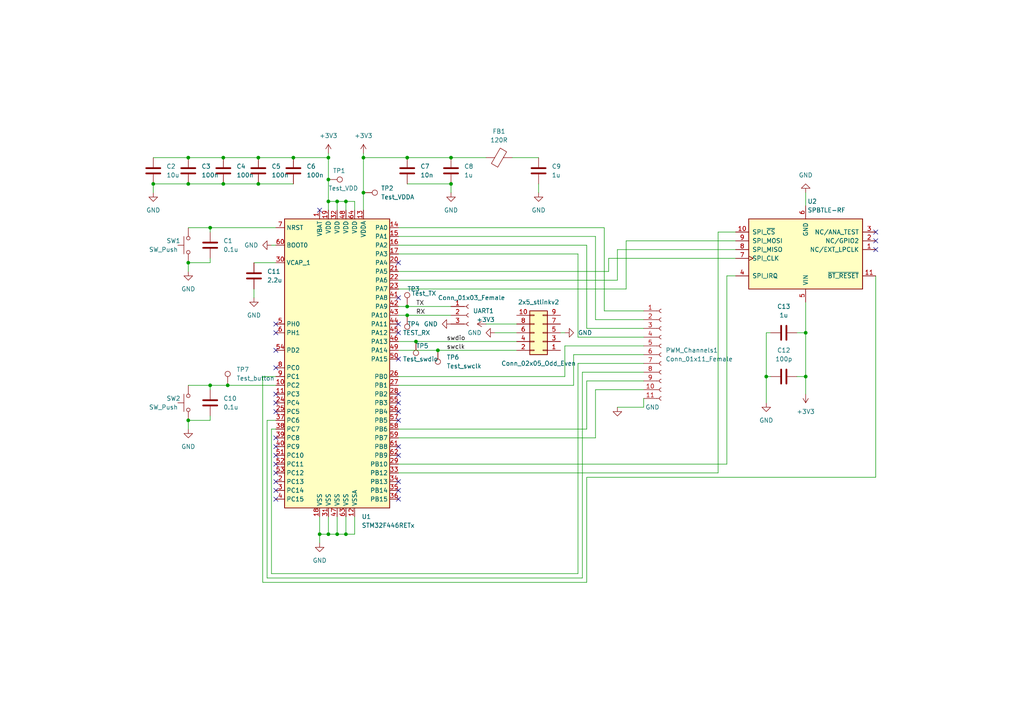
<source format=kicad_sch>
(kicad_sch (version 20230121) (generator eeschema)

  (uuid cac8d34b-756c-4833-9a92-be3faecb26ff)

  (paper "A4")

  (lib_symbols
    (symbol "Connector:Conn_01x03_Female" (pin_names (offset 1.016) hide) (in_bom yes) (on_board yes)
      (property "Reference" "J" (at 0 5.08 0)
        (effects (font (size 1.27 1.27)))
      )
      (property "Value" "Conn_01x03_Female" (at 0 -5.08 0)
        (effects (font (size 1.27 1.27)))
      )
      (property "Footprint" "" (at 0 0 0)
        (effects (font (size 1.27 1.27)) hide)
      )
      (property "Datasheet" "~" (at 0 0 0)
        (effects (font (size 1.27 1.27)) hide)
      )
      (property "ki_keywords" "connector" (at 0 0 0)
        (effects (font (size 1.27 1.27)) hide)
      )
      (property "ki_description" "Generic connector, single row, 01x03, script generated (kicad-library-utils/schlib/autogen/connector/)" (at 0 0 0)
        (effects (font (size 1.27 1.27)) hide)
      )
      (property "ki_fp_filters" "Connector*:*_1x??_*" (at 0 0 0)
        (effects (font (size 1.27 1.27)) hide)
      )
      (symbol "Conn_01x03_Female_1_1"
        (arc (start 0 -2.032) (mid -0.5058 -2.54) (end 0 -3.048)
          (stroke (width 0.1524) (type default))
          (fill (type none))
        )
        (polyline
          (pts
            (xy -1.27 -2.54)
            (xy -0.508 -2.54)
          )
          (stroke (width 0.1524) (type default))
          (fill (type none))
        )
        (polyline
          (pts
            (xy -1.27 0)
            (xy -0.508 0)
          )
          (stroke (width 0.1524) (type default))
          (fill (type none))
        )
        (polyline
          (pts
            (xy -1.27 2.54)
            (xy -0.508 2.54)
          )
          (stroke (width 0.1524) (type default))
          (fill (type none))
        )
        (arc (start 0 0.508) (mid -0.5058 0) (end 0 -0.508)
          (stroke (width 0.1524) (type default))
          (fill (type none))
        )
        (arc (start 0 3.048) (mid -0.5058 2.54) (end 0 2.032)
          (stroke (width 0.1524) (type default))
          (fill (type none))
        )
        (pin passive line (at -5.08 2.54 0) (length 3.81)
          (name "Pin_1" (effects (font (size 1.27 1.27))))
          (number "1" (effects (font (size 1.27 1.27))))
        )
        (pin passive line (at -5.08 0 0) (length 3.81)
          (name "Pin_2" (effects (font (size 1.27 1.27))))
          (number "2" (effects (font (size 1.27 1.27))))
        )
        (pin passive line (at -5.08 -2.54 0) (length 3.81)
          (name "Pin_3" (effects (font (size 1.27 1.27))))
          (number "3" (effects (font (size 1.27 1.27))))
        )
      )
    )
    (symbol "Connector:Conn_01x11_Female" (pin_names (offset 1.016) hide) (in_bom yes) (on_board yes)
      (property "Reference" "J" (at 0 15.24 0)
        (effects (font (size 1.27 1.27)))
      )
      (property "Value" "Conn_01x11_Female" (at 0 -15.24 0)
        (effects (font (size 1.27 1.27)))
      )
      (property "Footprint" "" (at 0 0 0)
        (effects (font (size 1.27 1.27)) hide)
      )
      (property "Datasheet" "~" (at 0 0 0)
        (effects (font (size 1.27 1.27)) hide)
      )
      (property "ki_keywords" "connector" (at 0 0 0)
        (effects (font (size 1.27 1.27)) hide)
      )
      (property "ki_description" "Generic connector, single row, 01x11, script generated (kicad-library-utils/schlib/autogen/connector/)" (at 0 0 0)
        (effects (font (size 1.27 1.27)) hide)
      )
      (property "ki_fp_filters" "Connector*:*_1x??_*" (at 0 0 0)
        (effects (font (size 1.27 1.27)) hide)
      )
      (symbol "Conn_01x11_Female_1_1"
        (arc (start 0 -12.192) (mid -0.5058 -12.7) (end 0 -13.208)
          (stroke (width 0.1524) (type default))
          (fill (type none))
        )
        (arc (start 0 -9.652) (mid -0.5058 -10.16) (end 0 -10.668)
          (stroke (width 0.1524) (type default))
          (fill (type none))
        )
        (arc (start 0 -7.112) (mid -0.5058 -7.62) (end 0 -8.128)
          (stroke (width 0.1524) (type default))
          (fill (type none))
        )
        (arc (start 0 -4.572) (mid -0.5058 -5.08) (end 0 -5.588)
          (stroke (width 0.1524) (type default))
          (fill (type none))
        )
        (arc (start 0 -2.032) (mid -0.5058 -2.54) (end 0 -3.048)
          (stroke (width 0.1524) (type default))
          (fill (type none))
        )
        (polyline
          (pts
            (xy -1.27 -12.7)
            (xy -0.508 -12.7)
          )
          (stroke (width 0.1524) (type default))
          (fill (type none))
        )
        (polyline
          (pts
            (xy -1.27 -10.16)
            (xy -0.508 -10.16)
          )
          (stroke (width 0.1524) (type default))
          (fill (type none))
        )
        (polyline
          (pts
            (xy -1.27 -7.62)
            (xy -0.508 -7.62)
          )
          (stroke (width 0.1524) (type default))
          (fill (type none))
        )
        (polyline
          (pts
            (xy -1.27 -5.08)
            (xy -0.508 -5.08)
          )
          (stroke (width 0.1524) (type default))
          (fill (type none))
        )
        (polyline
          (pts
            (xy -1.27 -2.54)
            (xy -0.508 -2.54)
          )
          (stroke (width 0.1524) (type default))
          (fill (type none))
        )
        (polyline
          (pts
            (xy -1.27 0)
            (xy -0.508 0)
          )
          (stroke (width 0.1524) (type default))
          (fill (type none))
        )
        (polyline
          (pts
            (xy -1.27 2.54)
            (xy -0.508 2.54)
          )
          (stroke (width 0.1524) (type default))
          (fill (type none))
        )
        (polyline
          (pts
            (xy -1.27 5.08)
            (xy -0.508 5.08)
          )
          (stroke (width 0.1524) (type default))
          (fill (type none))
        )
        (polyline
          (pts
            (xy -1.27 7.62)
            (xy -0.508 7.62)
          )
          (stroke (width 0.1524) (type default))
          (fill (type none))
        )
        (polyline
          (pts
            (xy -1.27 10.16)
            (xy -0.508 10.16)
          )
          (stroke (width 0.1524) (type default))
          (fill (type none))
        )
        (polyline
          (pts
            (xy -1.27 12.7)
            (xy -0.508 12.7)
          )
          (stroke (width 0.1524) (type default))
          (fill (type none))
        )
        (arc (start 0 0.508) (mid -0.5058 0) (end 0 -0.508)
          (stroke (width 0.1524) (type default))
          (fill (type none))
        )
        (arc (start 0 3.048) (mid -0.5058 2.54) (end 0 2.032)
          (stroke (width 0.1524) (type default))
          (fill (type none))
        )
        (arc (start 0 5.588) (mid -0.5058 5.08) (end 0 4.572)
          (stroke (width 0.1524) (type default))
          (fill (type none))
        )
        (arc (start 0 8.128) (mid -0.5058 7.62) (end 0 7.112)
          (stroke (width 0.1524) (type default))
          (fill (type none))
        )
        (arc (start 0 10.668) (mid -0.5058 10.16) (end 0 9.652)
          (stroke (width 0.1524) (type default))
          (fill (type none))
        )
        (arc (start 0 13.208) (mid -0.5058 12.7) (end 0 12.192)
          (stroke (width 0.1524) (type default))
          (fill (type none))
        )
        (pin passive line (at -5.08 12.7 0) (length 3.81)
          (name "Pin_1" (effects (font (size 1.27 1.27))))
          (number "1" (effects (font (size 1.27 1.27))))
        )
        (pin passive line (at -5.08 -10.16 0) (length 3.81)
          (name "Pin_10" (effects (font (size 1.27 1.27))))
          (number "10" (effects (font (size 1.27 1.27))))
        )
        (pin passive line (at -5.08 -12.7 0) (length 3.81)
          (name "Pin_11" (effects (font (size 1.27 1.27))))
          (number "11" (effects (font (size 1.27 1.27))))
        )
        (pin passive line (at -5.08 10.16 0) (length 3.81)
          (name "Pin_2" (effects (font (size 1.27 1.27))))
          (number "2" (effects (font (size 1.27 1.27))))
        )
        (pin passive line (at -5.08 7.62 0) (length 3.81)
          (name "Pin_3" (effects (font (size 1.27 1.27))))
          (number "3" (effects (font (size 1.27 1.27))))
        )
        (pin passive line (at -5.08 5.08 0) (length 3.81)
          (name "Pin_4" (effects (font (size 1.27 1.27))))
          (number "4" (effects (font (size 1.27 1.27))))
        )
        (pin passive line (at -5.08 2.54 0) (length 3.81)
          (name "Pin_5" (effects (font (size 1.27 1.27))))
          (number "5" (effects (font (size 1.27 1.27))))
        )
        (pin passive line (at -5.08 0 0) (length 3.81)
          (name "Pin_6" (effects (font (size 1.27 1.27))))
          (number "6" (effects (font (size 1.27 1.27))))
        )
        (pin passive line (at -5.08 -2.54 0) (length 3.81)
          (name "Pin_7" (effects (font (size 1.27 1.27))))
          (number "7" (effects (font (size 1.27 1.27))))
        )
        (pin passive line (at -5.08 -5.08 0) (length 3.81)
          (name "Pin_8" (effects (font (size 1.27 1.27))))
          (number "8" (effects (font (size 1.27 1.27))))
        )
        (pin passive line (at -5.08 -7.62 0) (length 3.81)
          (name "Pin_9" (effects (font (size 1.27 1.27))))
          (number "9" (effects (font (size 1.27 1.27))))
        )
      )
    )
    (symbol "Connector:TestPoint" (pin_numbers hide) (pin_names (offset 0.762) hide) (in_bom yes) (on_board yes)
      (property "Reference" "TP" (at 0 6.858 0)
        (effects (font (size 1.27 1.27)))
      )
      (property "Value" "TestPoint" (at 0 5.08 0)
        (effects (font (size 1.27 1.27)))
      )
      (property "Footprint" "" (at 5.08 0 0)
        (effects (font (size 1.27 1.27)) hide)
      )
      (property "Datasheet" "~" (at 5.08 0 0)
        (effects (font (size 1.27 1.27)) hide)
      )
      (property "ki_keywords" "test point tp" (at 0 0 0)
        (effects (font (size 1.27 1.27)) hide)
      )
      (property "ki_description" "test point" (at 0 0 0)
        (effects (font (size 1.27 1.27)) hide)
      )
      (property "ki_fp_filters" "Pin* Test*" (at 0 0 0)
        (effects (font (size 1.27 1.27)) hide)
      )
      (symbol "TestPoint_0_1"
        (circle (center 0 3.302) (radius 0.762)
          (stroke (width 0) (type default))
          (fill (type none))
        )
      )
      (symbol "TestPoint_1_1"
        (pin passive line (at 0 0 90) (length 2.54)
          (name "1" (effects (font (size 1.27 1.27))))
          (number "1" (effects (font (size 1.27 1.27))))
        )
      )
    )
    (symbol "Connector_Generic:Conn_02x05_Odd_Even" (pin_names (offset 1.016) hide) (in_bom yes) (on_board yes)
      (property "Reference" "J" (at 1.27 7.62 0)
        (effects (font (size 1.27 1.27)))
      )
      (property "Value" "Conn_02x05_Odd_Even" (at 1.27 -7.62 0)
        (effects (font (size 1.27 1.27)))
      )
      (property "Footprint" "" (at 0 0 0)
        (effects (font (size 1.27 1.27)) hide)
      )
      (property "Datasheet" "~" (at 0 0 0)
        (effects (font (size 1.27 1.27)) hide)
      )
      (property "ki_keywords" "connector" (at 0 0 0)
        (effects (font (size 1.27 1.27)) hide)
      )
      (property "ki_description" "Generic connector, double row, 02x05, odd/even pin numbering scheme (row 1 odd numbers, row 2 even numbers), script generated (kicad-library-utils/schlib/autogen/connector/)" (at 0 0 0)
        (effects (font (size 1.27 1.27)) hide)
      )
      (property "ki_fp_filters" "Connector*:*_2x??_*" (at 0 0 0)
        (effects (font (size 1.27 1.27)) hide)
      )
      (symbol "Conn_02x05_Odd_Even_1_1"
        (rectangle (start -1.27 -4.953) (end 0 -5.207)
          (stroke (width 0.1524) (type default))
          (fill (type none))
        )
        (rectangle (start -1.27 -2.413) (end 0 -2.667)
          (stroke (width 0.1524) (type default))
          (fill (type none))
        )
        (rectangle (start -1.27 0.127) (end 0 -0.127)
          (stroke (width 0.1524) (type default))
          (fill (type none))
        )
        (rectangle (start -1.27 2.667) (end 0 2.413)
          (stroke (width 0.1524) (type default))
          (fill (type none))
        )
        (rectangle (start -1.27 5.207) (end 0 4.953)
          (stroke (width 0.1524) (type default))
          (fill (type none))
        )
        (rectangle (start -1.27 6.35) (end 3.81 -6.35)
          (stroke (width 0.254) (type default))
          (fill (type background))
        )
        (rectangle (start 3.81 -4.953) (end 2.54 -5.207)
          (stroke (width 0.1524) (type default))
          (fill (type none))
        )
        (rectangle (start 3.81 -2.413) (end 2.54 -2.667)
          (stroke (width 0.1524) (type default))
          (fill (type none))
        )
        (rectangle (start 3.81 0.127) (end 2.54 -0.127)
          (stroke (width 0.1524) (type default))
          (fill (type none))
        )
        (rectangle (start 3.81 2.667) (end 2.54 2.413)
          (stroke (width 0.1524) (type default))
          (fill (type none))
        )
        (rectangle (start 3.81 5.207) (end 2.54 4.953)
          (stroke (width 0.1524) (type default))
          (fill (type none))
        )
        (pin passive line (at -5.08 5.08 0) (length 3.81)
          (name "Pin_1" (effects (font (size 1.27 1.27))))
          (number "1" (effects (font (size 1.27 1.27))))
        )
        (pin passive line (at 7.62 -5.08 180) (length 3.81)
          (name "Pin_10" (effects (font (size 1.27 1.27))))
          (number "10" (effects (font (size 1.27 1.27))))
        )
        (pin passive line (at 7.62 5.08 180) (length 3.81)
          (name "Pin_2" (effects (font (size 1.27 1.27))))
          (number "2" (effects (font (size 1.27 1.27))))
        )
        (pin passive line (at -5.08 2.54 0) (length 3.81)
          (name "Pin_3" (effects (font (size 1.27 1.27))))
          (number "3" (effects (font (size 1.27 1.27))))
        )
        (pin passive line (at 7.62 2.54 180) (length 3.81)
          (name "Pin_4" (effects (font (size 1.27 1.27))))
          (number "4" (effects (font (size 1.27 1.27))))
        )
        (pin passive line (at -5.08 0 0) (length 3.81)
          (name "Pin_5" (effects (font (size 1.27 1.27))))
          (number "5" (effects (font (size 1.27 1.27))))
        )
        (pin passive line (at 7.62 0 180) (length 3.81)
          (name "Pin_6" (effects (font (size 1.27 1.27))))
          (number "6" (effects (font (size 1.27 1.27))))
        )
        (pin passive line (at -5.08 -2.54 0) (length 3.81)
          (name "Pin_7" (effects (font (size 1.27 1.27))))
          (number "7" (effects (font (size 1.27 1.27))))
        )
        (pin passive line (at 7.62 -2.54 180) (length 3.81)
          (name "Pin_8" (effects (font (size 1.27 1.27))))
          (number "8" (effects (font (size 1.27 1.27))))
        )
        (pin passive line (at -5.08 -5.08 0) (length 3.81)
          (name "Pin_9" (effects (font (size 1.27 1.27))))
          (number "9" (effects (font (size 1.27 1.27))))
        )
      )
    )
    (symbol "Device:C" (pin_numbers hide) (pin_names (offset 0.254)) (in_bom yes) (on_board yes)
      (property "Reference" "C" (at 0.635 2.54 0)
        (effects (font (size 1.27 1.27)) (justify left))
      )
      (property "Value" "C" (at 0.635 -2.54 0)
        (effects (font (size 1.27 1.27)) (justify left))
      )
      (property "Footprint" "" (at 0.9652 -3.81 0)
        (effects (font (size 1.27 1.27)) hide)
      )
      (property "Datasheet" "~" (at 0 0 0)
        (effects (font (size 1.27 1.27)) hide)
      )
      (property "ki_keywords" "cap capacitor" (at 0 0 0)
        (effects (font (size 1.27 1.27)) hide)
      )
      (property "ki_description" "Unpolarized capacitor" (at 0 0 0)
        (effects (font (size 1.27 1.27)) hide)
      )
      (property "ki_fp_filters" "C_*" (at 0 0 0)
        (effects (font (size 1.27 1.27)) hide)
      )
      (symbol "C_0_1"
        (polyline
          (pts
            (xy -2.032 -0.762)
            (xy 2.032 -0.762)
          )
          (stroke (width 0.508) (type default))
          (fill (type none))
        )
        (polyline
          (pts
            (xy -2.032 0.762)
            (xy 2.032 0.762)
          )
          (stroke (width 0.508) (type default))
          (fill (type none))
        )
      )
      (symbol "C_1_1"
        (pin passive line (at 0 3.81 270) (length 2.794)
          (name "~" (effects (font (size 1.27 1.27))))
          (number "1" (effects (font (size 1.27 1.27))))
        )
        (pin passive line (at 0 -3.81 90) (length 2.794)
          (name "~" (effects (font (size 1.27 1.27))))
          (number "2" (effects (font (size 1.27 1.27))))
        )
      )
    )
    (symbol "Device:FerriteBead" (pin_numbers hide) (pin_names (offset 0)) (in_bom yes) (on_board yes)
      (property "Reference" "FB" (at -3.81 0.635 90)
        (effects (font (size 1.27 1.27)))
      )
      (property "Value" "FerriteBead" (at 3.81 0 90)
        (effects (font (size 1.27 1.27)))
      )
      (property "Footprint" "" (at -1.778 0 90)
        (effects (font (size 1.27 1.27)) hide)
      )
      (property "Datasheet" "~" (at 0 0 0)
        (effects (font (size 1.27 1.27)) hide)
      )
      (property "ki_keywords" "L ferrite bead inductor filter" (at 0 0 0)
        (effects (font (size 1.27 1.27)) hide)
      )
      (property "ki_description" "Ferrite bead" (at 0 0 0)
        (effects (font (size 1.27 1.27)) hide)
      )
      (property "ki_fp_filters" "Inductor_* L_* *Ferrite*" (at 0 0 0)
        (effects (font (size 1.27 1.27)) hide)
      )
      (symbol "FerriteBead_0_1"
        (polyline
          (pts
            (xy 0 -1.27)
            (xy 0 -1.2192)
          )
          (stroke (width 0) (type default))
          (fill (type none))
        )
        (polyline
          (pts
            (xy 0 1.27)
            (xy 0 1.2954)
          )
          (stroke (width 0) (type default))
          (fill (type none))
        )
        (polyline
          (pts
            (xy -2.7686 0.4064)
            (xy -1.7018 2.2606)
            (xy 2.7686 -0.3048)
            (xy 1.6764 -2.159)
            (xy -2.7686 0.4064)
          )
          (stroke (width 0) (type default))
          (fill (type none))
        )
      )
      (symbol "FerriteBead_1_1"
        (pin passive line (at 0 3.81 270) (length 2.54)
          (name "~" (effects (font (size 1.27 1.27))))
          (number "1" (effects (font (size 1.27 1.27))))
        )
        (pin passive line (at 0 -3.81 90) (length 2.54)
          (name "~" (effects (font (size 1.27 1.27))))
          (number "2" (effects (font (size 1.27 1.27))))
        )
      )
    )
    (symbol "GND_1" (power) (pin_names (offset 0)) (in_bom yes) (on_board yes)
      (property "Reference" "#PWR" (at 0 -6.35 0)
        (effects (font (size 1.27 1.27)) hide)
      )
      (property "Value" "GND_1" (at 0 -3.81 0)
        (effects (font (size 1.27 1.27)))
      )
      (property "Footprint" "" (at 0 0 0)
        (effects (font (size 1.27 1.27)) hide)
      )
      (property "Datasheet" "" (at 0 0 0)
        (effects (font (size 1.27 1.27)) hide)
      )
      (property "ki_keywords" "global power" (at 0 0 0)
        (effects (font (size 1.27 1.27)) hide)
      )
      (property "ki_description" "Power symbol creates a global label with name \"GND\" , ground" (at 0 0 0)
        (effects (font (size 1.27 1.27)) hide)
      )
      (symbol "GND_1_0_1"
        (polyline
          (pts
            (xy 0 0)
            (xy 0 -1.27)
            (xy 1.27 -1.27)
            (xy 0 -2.54)
            (xy -1.27 -1.27)
            (xy 0 -1.27)
          )
          (stroke (width 0) (type default))
          (fill (type none))
        )
      )
      (symbol "GND_1_1_1"
        (pin power_in line (at 0 0 270) (length 0) hide
          (name "GND" (effects (font (size 1.27 1.27))))
          (number "1" (effects (font (size 1.27 1.27))))
        )
      )
    )
    (symbol "MCU_ST_STM32F4:STM32F446RETx" (in_bom yes) (on_board yes)
      (property "Reference" "U" (at -15.24 41.91 0)
        (effects (font (size 1.27 1.27)) (justify left))
      )
      (property "Value" "STM32F446RETx" (at 10.16 41.91 0)
        (effects (font (size 1.27 1.27)) (justify left))
      )
      (property "Footprint" "Package_QFP:LQFP-64_10x10mm_P0.5mm" (at -15.24 -43.18 0)
        (effects (font (size 1.27 1.27)) (justify right) hide)
      )
      (property "Datasheet" "http://www.st.com/st-web-ui/static/active/en/resource/technical/document/datasheet/DM00141306.pdf" (at 0 0 0)
        (effects (font (size 1.27 1.27)) hide)
      )
      (property "ki_keywords" "ARM Cortex-M4 STM32F4 STM32F446" (at 0 0 0)
        (effects (font (size 1.27 1.27)) hide)
      )
      (property "ki_description" "ARM Cortex-M4 MCU, 512KB flash, 128KB RAM, 180MHz, 1.8-3.6V, 50 GPIO, LQFP-64" (at 0 0 0)
        (effects (font (size 1.27 1.27)) hide)
      )
      (property "ki_fp_filters" "LQFP*10x10mm*P0.5mm*" (at 0 0 0)
        (effects (font (size 1.27 1.27)) hide)
      )
      (symbol "STM32F446RETx_0_1"
        (rectangle (start -15.24 -43.18) (end 15.24 40.64)
          (stroke (width 0.254) (type default))
          (fill (type background))
        )
      )
      (symbol "STM32F446RETx_1_1"
        (pin power_in line (at -5.08 43.18 270) (length 2.54)
          (name "VBAT" (effects (font (size 1.27 1.27))))
          (number "1" (effects (font (size 1.27 1.27))))
        )
        (pin bidirectional line (at -17.78 -7.62 0) (length 2.54)
          (name "PC2" (effects (font (size 1.27 1.27))))
          (number "10" (effects (font (size 1.27 1.27))))
        )
        (pin bidirectional line (at -17.78 -10.16 0) (length 2.54)
          (name "PC3" (effects (font (size 1.27 1.27))))
          (number "11" (effects (font (size 1.27 1.27))))
        )
        (pin power_in line (at 5.08 -45.72 90) (length 2.54)
          (name "VSSA" (effects (font (size 1.27 1.27))))
          (number "12" (effects (font (size 1.27 1.27))))
        )
        (pin power_in line (at 7.62 43.18 270) (length 2.54)
          (name "VDDA" (effects (font (size 1.27 1.27))))
          (number "13" (effects (font (size 1.27 1.27))))
        )
        (pin bidirectional line (at 17.78 38.1 180) (length 2.54)
          (name "PA0" (effects (font (size 1.27 1.27))))
          (number "14" (effects (font (size 1.27 1.27))))
        )
        (pin bidirectional line (at 17.78 35.56 180) (length 2.54)
          (name "PA1" (effects (font (size 1.27 1.27))))
          (number "15" (effects (font (size 1.27 1.27))))
        )
        (pin bidirectional line (at 17.78 33.02 180) (length 2.54)
          (name "PA2" (effects (font (size 1.27 1.27))))
          (number "16" (effects (font (size 1.27 1.27))))
        )
        (pin bidirectional line (at 17.78 30.48 180) (length 2.54)
          (name "PA3" (effects (font (size 1.27 1.27))))
          (number "17" (effects (font (size 1.27 1.27))))
        )
        (pin power_in line (at -5.08 -45.72 90) (length 2.54)
          (name "VSS" (effects (font (size 1.27 1.27))))
          (number "18" (effects (font (size 1.27 1.27))))
        )
        (pin power_in line (at -2.54 43.18 270) (length 2.54)
          (name "VDD" (effects (font (size 1.27 1.27))))
          (number "19" (effects (font (size 1.27 1.27))))
        )
        (pin bidirectional line (at -17.78 -35.56 0) (length 2.54)
          (name "PC13" (effects (font (size 1.27 1.27))))
          (number "2" (effects (font (size 1.27 1.27))))
        )
        (pin bidirectional line (at 17.78 27.94 180) (length 2.54)
          (name "PA4" (effects (font (size 1.27 1.27))))
          (number "20" (effects (font (size 1.27 1.27))))
        )
        (pin bidirectional line (at 17.78 25.4 180) (length 2.54)
          (name "PA5" (effects (font (size 1.27 1.27))))
          (number "21" (effects (font (size 1.27 1.27))))
        )
        (pin bidirectional line (at 17.78 22.86 180) (length 2.54)
          (name "PA6" (effects (font (size 1.27 1.27))))
          (number "22" (effects (font (size 1.27 1.27))))
        )
        (pin bidirectional line (at 17.78 20.32 180) (length 2.54)
          (name "PA7" (effects (font (size 1.27 1.27))))
          (number "23" (effects (font (size 1.27 1.27))))
        )
        (pin bidirectional line (at -17.78 -12.7 0) (length 2.54)
          (name "PC4" (effects (font (size 1.27 1.27))))
          (number "24" (effects (font (size 1.27 1.27))))
        )
        (pin bidirectional line (at -17.78 -15.24 0) (length 2.54)
          (name "PC5" (effects (font (size 1.27 1.27))))
          (number "25" (effects (font (size 1.27 1.27))))
        )
        (pin bidirectional line (at 17.78 -5.08 180) (length 2.54)
          (name "PB0" (effects (font (size 1.27 1.27))))
          (number "26" (effects (font (size 1.27 1.27))))
        )
        (pin bidirectional line (at 17.78 -7.62 180) (length 2.54)
          (name "PB1" (effects (font (size 1.27 1.27))))
          (number "27" (effects (font (size 1.27 1.27))))
        )
        (pin bidirectional line (at 17.78 -10.16 180) (length 2.54)
          (name "PB2" (effects (font (size 1.27 1.27))))
          (number "28" (effects (font (size 1.27 1.27))))
        )
        (pin bidirectional line (at 17.78 -30.48 180) (length 2.54)
          (name "PB10" (effects (font (size 1.27 1.27))))
          (number "29" (effects (font (size 1.27 1.27))))
        )
        (pin bidirectional line (at -17.78 -38.1 0) (length 2.54)
          (name "PC14" (effects (font (size 1.27 1.27))))
          (number "3" (effects (font (size 1.27 1.27))))
        )
        (pin power_in line (at -17.78 27.94 0) (length 2.54)
          (name "VCAP_1" (effects (font (size 1.27 1.27))))
          (number "30" (effects (font (size 1.27 1.27))))
        )
        (pin power_in line (at -2.54 -45.72 90) (length 2.54)
          (name "VSS" (effects (font (size 1.27 1.27))))
          (number "31" (effects (font (size 1.27 1.27))))
        )
        (pin power_in line (at 0 43.18 270) (length 2.54)
          (name "VDD" (effects (font (size 1.27 1.27))))
          (number "32" (effects (font (size 1.27 1.27))))
        )
        (pin bidirectional line (at 17.78 -33.02 180) (length 2.54)
          (name "PB12" (effects (font (size 1.27 1.27))))
          (number "33" (effects (font (size 1.27 1.27))))
        )
        (pin bidirectional line (at 17.78 -35.56 180) (length 2.54)
          (name "PB13" (effects (font (size 1.27 1.27))))
          (number "34" (effects (font (size 1.27 1.27))))
        )
        (pin bidirectional line (at 17.78 -38.1 180) (length 2.54)
          (name "PB14" (effects (font (size 1.27 1.27))))
          (number "35" (effects (font (size 1.27 1.27))))
        )
        (pin bidirectional line (at 17.78 -40.64 180) (length 2.54)
          (name "PB15" (effects (font (size 1.27 1.27))))
          (number "36" (effects (font (size 1.27 1.27))))
        )
        (pin bidirectional line (at -17.78 -17.78 0) (length 2.54)
          (name "PC6" (effects (font (size 1.27 1.27))))
          (number "37" (effects (font (size 1.27 1.27))))
        )
        (pin bidirectional line (at -17.78 -20.32 0) (length 2.54)
          (name "PC7" (effects (font (size 1.27 1.27))))
          (number "38" (effects (font (size 1.27 1.27))))
        )
        (pin bidirectional line (at -17.78 -22.86 0) (length 2.54)
          (name "PC8" (effects (font (size 1.27 1.27))))
          (number "39" (effects (font (size 1.27 1.27))))
        )
        (pin bidirectional line (at -17.78 -40.64 0) (length 2.54)
          (name "PC15" (effects (font (size 1.27 1.27))))
          (number "4" (effects (font (size 1.27 1.27))))
        )
        (pin bidirectional line (at -17.78 -25.4 0) (length 2.54)
          (name "PC9" (effects (font (size 1.27 1.27))))
          (number "40" (effects (font (size 1.27 1.27))))
        )
        (pin bidirectional line (at 17.78 17.78 180) (length 2.54)
          (name "PA8" (effects (font (size 1.27 1.27))))
          (number "41" (effects (font (size 1.27 1.27))))
        )
        (pin bidirectional line (at 17.78 15.24 180) (length 2.54)
          (name "PA9" (effects (font (size 1.27 1.27))))
          (number "42" (effects (font (size 1.27 1.27))))
        )
        (pin bidirectional line (at 17.78 12.7 180) (length 2.54)
          (name "PA10" (effects (font (size 1.27 1.27))))
          (number "43" (effects (font (size 1.27 1.27))))
        )
        (pin bidirectional line (at 17.78 10.16 180) (length 2.54)
          (name "PA11" (effects (font (size 1.27 1.27))))
          (number "44" (effects (font (size 1.27 1.27))))
        )
        (pin bidirectional line (at 17.78 7.62 180) (length 2.54)
          (name "PA12" (effects (font (size 1.27 1.27))))
          (number "45" (effects (font (size 1.27 1.27))))
        )
        (pin bidirectional line (at 17.78 5.08 180) (length 2.54)
          (name "PA13" (effects (font (size 1.27 1.27))))
          (number "46" (effects (font (size 1.27 1.27))))
        )
        (pin power_in line (at 0 -45.72 90) (length 2.54)
          (name "VSS" (effects (font (size 1.27 1.27))))
          (number "47" (effects (font (size 1.27 1.27))))
        )
        (pin power_in line (at 2.54 43.18 270) (length 2.54)
          (name "VDD" (effects (font (size 1.27 1.27))))
          (number "48" (effects (font (size 1.27 1.27))))
        )
        (pin bidirectional line (at 17.78 2.54 180) (length 2.54)
          (name "PA14" (effects (font (size 1.27 1.27))))
          (number "49" (effects (font (size 1.27 1.27))))
        )
        (pin input line (at -17.78 10.16 0) (length 2.54)
          (name "PH0" (effects (font (size 1.27 1.27))))
          (number "5" (effects (font (size 1.27 1.27))))
        )
        (pin bidirectional line (at 17.78 0 180) (length 2.54)
          (name "PA15" (effects (font (size 1.27 1.27))))
          (number "50" (effects (font (size 1.27 1.27))))
        )
        (pin bidirectional line (at -17.78 -27.94 0) (length 2.54)
          (name "PC10" (effects (font (size 1.27 1.27))))
          (number "51" (effects (font (size 1.27 1.27))))
        )
        (pin bidirectional line (at -17.78 -30.48 0) (length 2.54)
          (name "PC11" (effects (font (size 1.27 1.27))))
          (number "52" (effects (font (size 1.27 1.27))))
        )
        (pin bidirectional line (at -17.78 -33.02 0) (length 2.54)
          (name "PC12" (effects (font (size 1.27 1.27))))
          (number "53" (effects (font (size 1.27 1.27))))
        )
        (pin bidirectional line (at -17.78 2.54 0) (length 2.54)
          (name "PD2" (effects (font (size 1.27 1.27))))
          (number "54" (effects (font (size 1.27 1.27))))
        )
        (pin bidirectional line (at 17.78 -12.7 180) (length 2.54)
          (name "PB3" (effects (font (size 1.27 1.27))))
          (number "55" (effects (font (size 1.27 1.27))))
        )
        (pin bidirectional line (at 17.78 -15.24 180) (length 2.54)
          (name "PB4" (effects (font (size 1.27 1.27))))
          (number "56" (effects (font (size 1.27 1.27))))
        )
        (pin bidirectional line (at 17.78 -17.78 180) (length 2.54)
          (name "PB5" (effects (font (size 1.27 1.27))))
          (number "57" (effects (font (size 1.27 1.27))))
        )
        (pin bidirectional line (at 17.78 -20.32 180) (length 2.54)
          (name "PB6" (effects (font (size 1.27 1.27))))
          (number "58" (effects (font (size 1.27 1.27))))
        )
        (pin bidirectional line (at 17.78 -22.86 180) (length 2.54)
          (name "PB7" (effects (font (size 1.27 1.27))))
          (number "59" (effects (font (size 1.27 1.27))))
        )
        (pin input line (at -17.78 7.62 0) (length 2.54)
          (name "PH1" (effects (font (size 1.27 1.27))))
          (number "6" (effects (font (size 1.27 1.27))))
        )
        (pin input line (at -17.78 33.02 0) (length 2.54)
          (name "BOOT0" (effects (font (size 1.27 1.27))))
          (number "60" (effects (font (size 1.27 1.27))))
        )
        (pin bidirectional line (at 17.78 -25.4 180) (length 2.54)
          (name "PB8" (effects (font (size 1.27 1.27))))
          (number "61" (effects (font (size 1.27 1.27))))
        )
        (pin bidirectional line (at 17.78 -27.94 180) (length 2.54)
          (name "PB9" (effects (font (size 1.27 1.27))))
          (number "62" (effects (font (size 1.27 1.27))))
        )
        (pin power_in line (at 2.54 -45.72 90) (length 2.54)
          (name "VSS" (effects (font (size 1.27 1.27))))
          (number "63" (effects (font (size 1.27 1.27))))
        )
        (pin power_in line (at 5.08 43.18 270) (length 2.54)
          (name "VDD" (effects (font (size 1.27 1.27))))
          (number "64" (effects (font (size 1.27 1.27))))
        )
        (pin input line (at -17.78 38.1 0) (length 2.54)
          (name "NRST" (effects (font (size 1.27 1.27))))
          (number "7" (effects (font (size 1.27 1.27))))
        )
        (pin bidirectional line (at -17.78 -2.54 0) (length 2.54)
          (name "PC0" (effects (font (size 1.27 1.27))))
          (number "8" (effects (font (size 1.27 1.27))))
        )
        (pin bidirectional line (at -17.78 -5.08 0) (length 2.54)
          (name "PC1" (effects (font (size 1.27 1.27))))
          (number "9" (effects (font (size 1.27 1.27))))
        )
      )
    )
    (symbol "RF_Bluetooth:SPBTLE-RF" (pin_names (offset 1.016)) (in_bom yes) (on_board yes)
      (property "Reference" "U" (at -13.97 12.7 0)
        (effects (font (size 1.27 1.27)) (justify left))
      )
      (property "Value" "SPBTLE-RF" (at -13.97 10.16 0)
        (effects (font (size 1.27 1.27)) (justify left))
      )
      (property "Footprint" "RF_Module:ST_SPBTLE" (at 12.7 -13.97 0)
        (effects (font (size 1.27 1.27)) hide)
      )
      (property "Datasheet" "http://www.st.com/resource/en/datasheet/spbtle-rf.pdf" (at -13.97 10.16 0)
        (effects (font (size 1.27 1.27)) hide)
      )
      (property "ki_keywords" "BLE bluetooth module low-power" (at 0 0 0)
        (effects (font (size 1.27 1.27)) hide)
      )
      (property "ki_description" "Very Low Power network processor module for BLE v4.1, Hub capabilities" (at 0 0 0)
        (effects (font (size 1.27 1.27)) hide)
      )
      (property "ki_fp_filters" "ST*SPBTLE*" (at 0 0 0)
        (effects (font (size 1.27 1.27)) hide)
      )
      (symbol "SPBTLE-RF_0_1"
        (rectangle (start -16.51 8.89) (end 16.51 -11.43)
          (stroke (width 0.254) (type default))
          (fill (type background))
        )
      )
      (symbol "SPBTLE-RF_1_1"
        (pin input line (at -20.32 -2.54 0) (length 3.81)
          (name "NC/EXT_LPCLK" (effects (font (size 1.27 1.27))))
          (number "1" (effects (font (size 1.27 1.27))))
        )
        (pin input line (at 20.32 -7.62 180) (length 3.81)
          (name "SPI_~{CS}" (effects (font (size 1.27 1.27))))
          (number "10" (effects (font (size 1.27 1.27))))
        )
        (pin input line (at -20.32 5.08 0) (length 3.81)
          (name "~{BT_RESET}" (effects (font (size 1.27 1.27))))
          (number "11" (effects (font (size 1.27 1.27))))
        )
        (pin bidirectional line (at -20.32 -5.08 0) (length 3.81)
          (name "NC/GPIO2" (effects (font (size 1.27 1.27))))
          (number "2" (effects (font (size 1.27 1.27))))
        )
        (pin input line (at -20.32 -7.62 0) (length 3.81)
          (name "NC/ANA_TEST" (effects (font (size 1.27 1.27))))
          (number "3" (effects (font (size 1.27 1.27))))
        )
        (pin output line (at 20.32 5.08 180) (length 3.81)
          (name "SPI_IRQ" (effects (font (size 1.27 1.27))))
          (number "4" (effects (font (size 1.27 1.27))))
        )
        (pin power_in line (at 0 12.7 270) (length 3.81)
          (name "VIN" (effects (font (size 1.27 1.27))))
          (number "5" (effects (font (size 1.27 1.27))))
        )
        (pin power_in line (at 0 -15.24 90) (length 3.81)
          (name "GND" (effects (font (size 1.27 1.27))))
          (number "6" (effects (font (size 1.27 1.27))))
        )
        (pin input clock (at 20.32 0 180) (length 3.81)
          (name "SPI_CLK" (effects (font (size 1.27 1.27))))
          (number "7" (effects (font (size 1.27 1.27))))
        )
        (pin output line (at 20.32 -2.54 180) (length 3.81)
          (name "SPI_MISO" (effects (font (size 1.27 1.27))))
          (number "8" (effects (font (size 1.27 1.27))))
        )
        (pin input line (at 20.32 -5.08 180) (length 3.81)
          (name "SPI_MOSI" (effects (font (size 1.27 1.27))))
          (number "9" (effects (font (size 1.27 1.27))))
        )
      )
    )
    (symbol "Switch:SW_Push" (pin_numbers hide) (pin_names (offset 1.016) hide) (in_bom yes) (on_board yes)
      (property "Reference" "SW" (at 1.27 2.54 0)
        (effects (font (size 1.27 1.27)) (justify left))
      )
      (property "Value" "SW_Push" (at 0 -1.524 0)
        (effects (font (size 1.27 1.27)))
      )
      (property "Footprint" "" (at 0 5.08 0)
        (effects (font (size 1.27 1.27)) hide)
      )
      (property "Datasheet" "~" (at 0 5.08 0)
        (effects (font (size 1.27 1.27)) hide)
      )
      (property "ki_keywords" "switch normally-open pushbutton push-button" (at 0 0 0)
        (effects (font (size 1.27 1.27)) hide)
      )
      (property "ki_description" "Push button switch, generic, two pins" (at 0 0 0)
        (effects (font (size 1.27 1.27)) hide)
      )
      (symbol "SW_Push_0_1"
        (circle (center -2.032 0) (radius 0.508)
          (stroke (width 0) (type default))
          (fill (type none))
        )
        (polyline
          (pts
            (xy 0 1.27)
            (xy 0 3.048)
          )
          (stroke (width 0) (type default))
          (fill (type none))
        )
        (polyline
          (pts
            (xy 2.54 1.27)
            (xy -2.54 1.27)
          )
          (stroke (width 0) (type default))
          (fill (type none))
        )
        (circle (center 2.032 0) (radius 0.508)
          (stroke (width 0) (type default))
          (fill (type none))
        )
        (pin passive line (at -5.08 0 0) (length 2.54)
          (name "1" (effects (font (size 1.27 1.27))))
          (number "1" (effects (font (size 1.27 1.27))))
        )
        (pin passive line (at 5.08 0 180) (length 2.54)
          (name "2" (effects (font (size 1.27 1.27))))
          (number "2" (effects (font (size 1.27 1.27))))
        )
      )
    )
    (symbol "power:+3.3V" (power) (pin_names (offset 0)) (in_bom yes) (on_board yes)
      (property "Reference" "#PWR" (at 0 -3.81 0)
        (effects (font (size 1.27 1.27)) hide)
      )
      (property "Value" "+3.3V" (at 0 3.556 0)
        (effects (font (size 1.27 1.27)))
      )
      (property "Footprint" "" (at 0 0 0)
        (effects (font (size 1.27 1.27)) hide)
      )
      (property "Datasheet" "" (at 0 0 0)
        (effects (font (size 1.27 1.27)) hide)
      )
      (property "ki_keywords" "power-flag" (at 0 0 0)
        (effects (font (size 1.27 1.27)) hide)
      )
      (property "ki_description" "Power symbol creates a global label with name \"+3.3V\"" (at 0 0 0)
        (effects (font (size 1.27 1.27)) hide)
      )
      (symbol "+3.3V_0_1"
        (polyline
          (pts
            (xy -0.762 1.27)
            (xy 0 2.54)
          )
          (stroke (width 0) (type default))
          (fill (type none))
        )
        (polyline
          (pts
            (xy 0 0)
            (xy 0 2.54)
          )
          (stroke (width 0) (type default))
          (fill (type none))
        )
        (polyline
          (pts
            (xy 0 2.54)
            (xy 0.762 1.27)
          )
          (stroke (width 0) (type default))
          (fill (type none))
        )
      )
      (symbol "+3.3V_1_1"
        (pin power_in line (at 0 0 90) (length 0) hide
          (name "+3V3" (effects (font (size 1.27 1.27))))
          (number "1" (effects (font (size 1.27 1.27))))
        )
      )
    )
    (symbol "power:GND" (power) (pin_names (offset 0)) (in_bom yes) (on_board yes)
      (property "Reference" "#PWR" (at 0 -6.35 0)
        (effects (font (size 1.27 1.27)) hide)
      )
      (property "Value" "GND" (at 0 -3.81 0)
        (effects (font (size 1.27 1.27)))
      )
      (property "Footprint" "" (at 0 0 0)
        (effects (font (size 1.27 1.27)) hide)
      )
      (property "Datasheet" "" (at 0 0 0)
        (effects (font (size 1.27 1.27)) hide)
      )
      (property "ki_keywords" "power-flag" (at 0 0 0)
        (effects (font (size 1.27 1.27)) hide)
      )
      (property "ki_description" "Power symbol creates a global label with name \"GND\" , ground" (at 0 0 0)
        (effects (font (size 1.27 1.27)) hide)
      )
      (symbol "GND_0_1"
        (polyline
          (pts
            (xy 0 0)
            (xy 0 -1.27)
            (xy 1.27 -1.27)
            (xy 0 -2.54)
            (xy -1.27 -1.27)
            (xy 0 -1.27)
          )
          (stroke (width 0) (type default))
          (fill (type none))
        )
      )
      (symbol "GND_1_1"
        (pin power_in line (at 0 0 270) (length 0) hide
          (name "GND" (effects (font (size 1.27 1.27))))
          (number "1" (effects (font (size 1.27 1.27))))
        )
      )
    )
  )

  (junction (at 127 101.6) (diameter 0) (color 0 0 0 0)
    (uuid 0cdef898-7fbf-4fd9-8f92-2dcb48847b67)
  )
  (junction (at 66.04 111.76) (diameter 0) (color 0 0 0 0)
    (uuid 102ad2e7-0aa0-4bd1-8fcc-864fac446bd2)
  )
  (junction (at 54.61 76.2) (diameter 0) (color 0 0 0 0)
    (uuid 15e48c67-c716-4424-b083-2dc2941a908f)
  )
  (junction (at 233.68 96.52) (diameter 0) (color 0 0 0 0)
    (uuid 1b86bf1b-ef4d-4a40-a142-4d86b1c7558f)
  )
  (junction (at 95.25 52.07) (diameter 0) (color 0 0 0 0)
    (uuid 27d74bdb-8ecc-44e1-83c9-17b0a314e01b)
  )
  (junction (at 64.77 53.34) (diameter 0) (color 0 0 0 0)
    (uuid 2e09237f-2dac-417d-913c-60fcb21b6d4c)
  )
  (junction (at 54.61 45.72) (diameter 0) (color 0 0 0 0)
    (uuid 30831a33-79f9-4915-8ed1-14b2cd9cfbd7)
  )
  (junction (at 97.79 58.42) (diameter 0) (color 0 0 0 0)
    (uuid 3a32a982-f95f-48ee-b545-1d4db44f30dd)
  )
  (junction (at 97.79 154.94) (diameter 0) (color 0 0 0 0)
    (uuid 3a85b7ac-bf2c-46ce-9528-72c1ae32370e)
  )
  (junction (at 233.68 109.22) (diameter 0) (color 0 0 0 0)
    (uuid 55a499b4-1338-4cb8-a2d1-e936c5bc500e)
  )
  (junction (at 74.93 45.72) (diameter 0) (color 0 0 0 0)
    (uuid 564651de-1b64-47f4-91f0-cf2f6035661a)
  )
  (junction (at 100.33 154.94) (diameter 0) (color 0 0 0 0)
    (uuid 588761e8-1299-494d-9930-ad51ec2b3319)
  )
  (junction (at 105.41 45.72) (diameter 0) (color 0 0 0 0)
    (uuid 5f3dcf64-ca37-44e6-a64b-ee7924317ab3)
  )
  (junction (at 44.45 53.34) (diameter 0) (color 0 0 0 0)
    (uuid 61fd314f-40bc-49ce-b2f7-356971eadbc6)
  )
  (junction (at 95.25 58.42) (diameter 0) (color 0 0 0 0)
    (uuid 62021e24-98c6-41a1-bd7c-0864792f3957)
  )
  (junction (at 100.33 58.42) (diameter 0) (color 0 0 0 0)
    (uuid 675d7f14-09ba-47bb-9001-6ea429988b84)
  )
  (junction (at 130.81 45.72) (diameter 0) (color 0 0 0 0)
    (uuid 679391a4-6d63-400c-8fb8-84caacb1bc0f)
  )
  (junction (at 54.61 121.92) (diameter 0) (color 0 0 0 0)
    (uuid 68031573-f31e-4a21-b06c-9ce0afc9c311)
  )
  (junction (at 85.09 45.72) (diameter 0) (color 0 0 0 0)
    (uuid 6f7ac63f-4ceb-43a5-a621-15b56271485f)
  )
  (junction (at 60.96 111.76) (diameter 0) (color 0 0 0 0)
    (uuid 775a4aae-90dd-43ac-b989-cd05a55c4c01)
  )
  (junction (at 54.61 53.34) (diameter 0) (color 0 0 0 0)
    (uuid 84a96dde-f998-47bb-a7e8-c62af3c3ed7d)
  )
  (junction (at 60.96 66.04) (diameter 0) (color 0 0 0 0)
    (uuid 87d4497e-1edb-485a-8127-7c9af67b0748)
  )
  (junction (at 118.11 45.72) (diameter 0) (color 0 0 0 0)
    (uuid 880275b5-c8f6-49b9-9efe-ee9d60e24360)
  )
  (junction (at 105.41 55.88) (diameter 0) (color 0 0 0 0)
    (uuid 8deb2743-9f03-42e2-af3d-23763921f04e)
  )
  (junction (at 118.11 91.44) (diameter 0) (color 0 0 0 0)
    (uuid 91e0c7d6-dcfb-4d8b-99d1-682237051843)
  )
  (junction (at 118.11 88.9) (diameter 0) (color 0 0 0 0)
    (uuid 92ed061e-8f89-467b-b3ab-444f1cc85fff)
  )
  (junction (at 64.77 45.72) (diameter 0) (color 0 0 0 0)
    (uuid 98b50d71-5746-4894-866c-3c1b9d9d89b5)
  )
  (junction (at 74.93 53.34) (diameter 0) (color 0 0 0 0)
    (uuid 9ad5799e-3958-4ec3-86c0-f0266e53b898)
  )
  (junction (at 222.25 109.22) (diameter 0) (color 0 0 0 0)
    (uuid 9c539356-328a-4057-bbec-9d008ea0bc55)
  )
  (junction (at 95.25 154.94) (diameter 0) (color 0 0 0 0)
    (uuid a7695bcf-45f3-4ac9-9fd8-ced2e817ef76)
  )
  (junction (at 120.65 99.06) (diameter 0) (color 0 0 0 0)
    (uuid ba059049-74e5-43b3-b531-f144b25b566c)
  )
  (junction (at 92.71 154.94) (diameter 0) (color 0 0 0 0)
    (uuid c1fcfe9b-5d33-4b98-a88d-2d9f8afb34e8)
  )
  (junction (at 95.25 45.72) (diameter 0) (color 0 0 0 0)
    (uuid e542b70f-de01-4688-b9f0-599eb11b5467)
  )
  (junction (at 130.81 53.34) (diameter 0) (color 0 0 0 0)
    (uuid f7887ead-8eea-44c2-b075-a02b0c0fbf97)
  )

  (no_connect (at 115.57 76.2) (uuid 766c60ca-c5d8-4386-9a0d-53ba27bc4425))
  (no_connect (at 92.71 60.96) (uuid 766c60ca-c5d8-4386-9a0d-53ba27bc4426))
  (no_connect (at 254 67.31) (uuid 766c60ca-c5d8-4386-9a0d-53ba27bc4427))
  (no_connect (at 254 69.85) (uuid 766c60ca-c5d8-4386-9a0d-53ba27bc4428))
  (no_connect (at 254 72.39) (uuid 766c60ca-c5d8-4386-9a0d-53ba27bc4429))
  (no_connect (at 115.57 104.14) (uuid 766c60ca-c5d8-4386-9a0d-53ba27bc442a))
  (no_connect (at 115.57 144.78) (uuid 766c60ca-c5d8-4386-9a0d-53ba27bc442b))
  (no_connect (at 80.01 93.98) (uuid 766c60ca-c5d8-4386-9a0d-53ba27bc442c))
  (no_connect (at 80.01 96.52) (uuid 766c60ca-c5d8-4386-9a0d-53ba27bc442d))
  (no_connect (at 80.01 101.6) (uuid 766c60ca-c5d8-4386-9a0d-53ba27bc442e))
  (no_connect (at 80.01 106.68) (uuid 766c60ca-c5d8-4386-9a0d-53ba27bc442f))
  (no_connect (at 115.57 96.52) (uuid 766c60ca-c5d8-4386-9a0d-53ba27bc4430))
  (no_connect (at 115.57 93.98) (uuid 766c60ca-c5d8-4386-9a0d-53ba27bc4431))
  (no_connect (at 115.57 86.36) (uuid 766c60ca-c5d8-4386-9a0d-53ba27bc4432))
  (no_connect (at 80.01 114.3) (uuid 766c60ca-c5d8-4386-9a0d-53ba27bc4433))
  (no_connect (at 80.01 116.84) (uuid 766c60ca-c5d8-4386-9a0d-53ba27bc4434))
  (no_connect (at 80.01 119.38) (uuid 766c60ca-c5d8-4386-9a0d-53ba27bc4435))
  (no_connect (at 80.01 139.7) (uuid 766c60ca-c5d8-4386-9a0d-53ba27bc4436))
  (no_connect (at 80.01 142.24) (uuid 766c60ca-c5d8-4386-9a0d-53ba27bc4437))
  (no_connect (at 80.01 144.78) (uuid 766c60ca-c5d8-4386-9a0d-53ba27bc4438))
  (no_connect (at 80.01 127) (uuid 766c60ca-c5d8-4386-9a0d-53ba27bc4439))
  (no_connect (at 80.01 129.54) (uuid 766c60ca-c5d8-4386-9a0d-53ba27bc443a))
  (no_connect (at 80.01 132.08) (uuid 766c60ca-c5d8-4386-9a0d-53ba27bc443b))
  (no_connect (at 80.01 134.62) (uuid 766c60ca-c5d8-4386-9a0d-53ba27bc443c))
  (no_connect (at 80.01 137.16) (uuid 766c60ca-c5d8-4386-9a0d-53ba27bc443d))
  (no_connect (at 115.57 142.24) (uuid 766c60ca-c5d8-4386-9a0d-53ba27bc443e))
  (no_connect (at 115.57 139.7) (uuid 766c60ca-c5d8-4386-9a0d-53ba27bc443f))
  (no_connect (at 115.57 132.08) (uuid 766c60ca-c5d8-4386-9a0d-53ba27bc4440))
  (no_connect (at 115.57 129.54) (uuid 766c60ca-c5d8-4386-9a0d-53ba27bc4441))
  (no_connect (at 115.57 121.92) (uuid 766c60ca-c5d8-4386-9a0d-53ba27bc4442))
  (no_connect (at 115.57 119.38) (uuid 766c60ca-c5d8-4386-9a0d-53ba27bc4443))
  (no_connect (at 115.57 116.84) (uuid 766c60ca-c5d8-4386-9a0d-53ba27bc4444))
  (no_connect (at 115.57 114.3) (uuid 766c60ca-c5d8-4386-9a0d-53ba27bc4445))

  (wire (pts (xy 118.11 91.44) (xy 130.81 91.44))
    (stroke (width 0) (type default))
    (uuid 00309ed1-3089-447f-9779-9411c59717fc)
  )
  (wire (pts (xy 162.56 96.52) (xy 163.83 96.52))
    (stroke (width 0) (type default))
    (uuid 029a8ff9-a492-42fb-8afc-f8d94a79c139)
  )
  (wire (pts (xy 118.11 45.72) (xy 130.81 45.72))
    (stroke (width 0) (type default))
    (uuid 02c7fda3-cd0e-414c-9b60-4d423b20be99)
  )
  (wire (pts (xy 102.87 149.86) (xy 102.87 154.94))
    (stroke (width 0) (type default))
    (uuid 0319b0a2-c718-4769-b93b-148fb749d2ed)
  )
  (wire (pts (xy 92.71 154.94) (xy 95.25 154.94))
    (stroke (width 0) (type default))
    (uuid 03254644-d94d-4e55-b5ca-3c304ad09a3f)
  )
  (wire (pts (xy 115.57 91.44) (xy 118.11 91.44))
    (stroke (width 0) (type default))
    (uuid 040200b5-1f49-4363-8c16-c2cd2cf80095)
  )
  (wire (pts (xy 102.87 154.94) (xy 100.33 154.94))
    (stroke (width 0) (type default))
    (uuid 0738f75e-9221-4dd7-9b7b-f83bd0c8bd66)
  )
  (wire (pts (xy 80.01 109.22) (xy 76.2 109.22))
    (stroke (width 0) (type default))
    (uuid 09b935a1-cd28-4648-a626-47c86997a702)
  )
  (wire (pts (xy 60.96 76.2) (xy 60.96 74.93))
    (stroke (width 0) (type default))
    (uuid 0e19d4d2-42e5-410a-af53-4531c1c1b431)
  )
  (wire (pts (xy 254 138.43) (xy 254 80.01))
    (stroke (width 0) (type default))
    (uuid 11c09919-defa-434b-979c-3e47a78ea082)
  )
  (wire (pts (xy 115.57 71.12) (xy 170.18 71.12))
    (stroke (width 0) (type default))
    (uuid 1845b91f-e83f-4370-9233-415274fe9891)
  )
  (wire (pts (xy 54.61 111.76) (xy 60.96 111.76))
    (stroke (width 0) (type default))
    (uuid 1ab4ad40-0113-461c-b019-5edf417f5520)
  )
  (wire (pts (xy 115.57 81.28) (xy 179.07 81.28))
    (stroke (width 0) (type default))
    (uuid 1c202165-a7ae-4652-b493-18fbff50156f)
  )
  (wire (pts (xy 73.66 76.2) (xy 80.01 76.2))
    (stroke (width 0) (type default))
    (uuid 1c4f4526-3374-4b7f-9f3d-9eb9d4ff9a07)
  )
  (wire (pts (xy 170.18 71.12) (xy 170.18 95.25))
    (stroke (width 0) (type default))
    (uuid 1ec48d31-5fbe-4459-afa7-e7f1c38eec0a)
  )
  (wire (pts (xy 172.72 113.03) (xy 186.69 113.03))
    (stroke (width 0) (type default))
    (uuid 215a2535-0206-43a2-b3b4-fc3095180e9a)
  )
  (wire (pts (xy 54.61 45.72) (xy 64.77 45.72))
    (stroke (width 0) (type default))
    (uuid 22fff142-fef9-4cc9-a0fc-94888118e849)
  )
  (wire (pts (xy 92.71 154.94) (xy 92.71 157.48))
    (stroke (width 0) (type default))
    (uuid 26090b57-cf7d-4b73-aad9-e565573c4dbc)
  )
  (wire (pts (xy 233.68 87.63) (xy 233.68 96.52))
    (stroke (width 0) (type default))
    (uuid 2727916f-c7b0-48ed-ab5e-c6b418884106)
  )
  (wire (pts (xy 170.18 110.49) (xy 186.69 110.49))
    (stroke (width 0) (type default))
    (uuid 274d336a-e513-4112-8fdf-dee28054f3cf)
  )
  (wire (pts (xy 222.25 96.52) (xy 223.52 96.52))
    (stroke (width 0) (type default))
    (uuid 29af0c9a-8b4b-4b36-ae14-9141bb605ee7)
  )
  (wire (pts (xy 148.59 45.72) (xy 156.21 45.72))
    (stroke (width 0) (type default))
    (uuid 2a4d5ffc-4c2c-460d-8ca3-bf8eb7908b4c)
  )
  (wire (pts (xy 54.61 66.04) (xy 60.96 66.04))
    (stroke (width 0) (type default))
    (uuid 39c221ef-7fd8-48d9-9af2-7495b66ff1af)
  )
  (wire (pts (xy 80.01 121.92) (xy 77.47 121.92))
    (stroke (width 0) (type default))
    (uuid 3a15a24e-f353-4e03-8aef-b0e67feb4f52)
  )
  (wire (pts (xy 105.41 44.45) (xy 105.41 45.72))
    (stroke (width 0) (type default))
    (uuid 3b454b55-8529-46a3-9606-d7bd31452811)
  )
  (wire (pts (xy 85.09 45.72) (xy 95.25 45.72))
    (stroke (width 0) (type default))
    (uuid 43ce0478-83fc-4d9e-ac36-43dc2bbac267)
  )
  (wire (pts (xy 60.96 121.92) (xy 60.96 120.65))
    (stroke (width 0) (type default))
    (uuid 44287b03-5adb-43bb-87aa-6130739bc51a)
  )
  (wire (pts (xy 115.57 109.22) (xy 163.83 109.22))
    (stroke (width 0) (type default))
    (uuid 4503b00c-330a-463f-944f-a90178ac10f2)
  )
  (wire (pts (xy 102.87 58.42) (xy 100.33 58.42))
    (stroke (width 0) (type default))
    (uuid 4556c646-7253-4027-9bf2-c328d388939c)
  )
  (wire (pts (xy 179.07 72.39) (xy 213.36 72.39))
    (stroke (width 0) (type default))
    (uuid 458c4b39-f283-4570-a74e-d5439399a2d9)
  )
  (wire (pts (xy 97.79 149.86) (xy 97.79 154.94))
    (stroke (width 0) (type default))
    (uuid 48d4675c-189d-4229-afcf-187f98af41a5)
  )
  (wire (pts (xy 76.2 168.91) (xy 170.18 168.91))
    (stroke (width 0) (type default))
    (uuid 4bb3a030-f0f4-4cae-9dba-543b67291f18)
  )
  (wire (pts (xy 105.41 45.72) (xy 105.41 55.88))
    (stroke (width 0) (type default))
    (uuid 4bf85e6c-2fdc-4d41-8598-9d7840fae946)
  )
  (wire (pts (xy 115.57 137.16) (xy 208.28 137.16))
    (stroke (width 0) (type default))
    (uuid 4c51d487-0905-4c75-8cf5-33d1d79530ed)
  )
  (wire (pts (xy 115.57 127) (xy 172.72 127))
    (stroke (width 0) (type default))
    (uuid 4f4c67e6-ffe7-4860-ba5d-f19fcad17e0e)
  )
  (wire (pts (xy 233.68 109.22) (xy 233.68 114.3))
    (stroke (width 0) (type default))
    (uuid 504f116e-4d2f-4fdf-a89a-9196e3c2cc11)
  )
  (wire (pts (xy 60.96 111.76) (xy 60.96 113.03))
    (stroke (width 0) (type default))
    (uuid 50e856fd-06a1-4680-97d4-e067f4003198)
  )
  (wire (pts (xy 115.57 88.9) (xy 118.11 88.9))
    (stroke (width 0) (type default))
    (uuid 58a79416-e5be-4bd5-80c1-ea1882335654)
  )
  (wire (pts (xy 222.25 109.22) (xy 222.25 116.84))
    (stroke (width 0) (type default))
    (uuid 58dbdfec-e100-49db-90b7-5bd3ee117006)
  )
  (wire (pts (xy 170.18 95.25) (xy 186.69 95.25))
    (stroke (width 0) (type default))
    (uuid 5ce2c7f5-7746-47fc-a31d-e3ba1dc856c0)
  )
  (wire (pts (xy 115.57 134.62) (xy 210.82 134.62))
    (stroke (width 0) (type default))
    (uuid 5e75d716-3477-41ed-8c69-3c5e5b03586c)
  )
  (wire (pts (xy 210.82 80.01) (xy 213.36 80.01))
    (stroke (width 0) (type default))
    (uuid 5e7d390d-dc71-4d10-b9e9-54ad9b6f4354)
  )
  (wire (pts (xy 64.77 53.34) (xy 74.93 53.34))
    (stroke (width 0) (type default))
    (uuid 5e93b201-9c6f-43eb-a60c-20c5c117e5b4)
  )
  (wire (pts (xy 78.74 166.37) (xy 167.64 166.37))
    (stroke (width 0) (type default))
    (uuid 60b59d9c-394d-4d13-b0c5-e0fc045623c9)
  )
  (wire (pts (xy 60.96 66.04) (xy 80.01 66.04))
    (stroke (width 0) (type default))
    (uuid 6480f2eb-72b0-48e7-bd8e-fcacfb8bc8d3)
  )
  (wire (pts (xy 74.93 53.34) (xy 85.09 53.34))
    (stroke (width 0) (type default))
    (uuid 65b97545-fef9-4c5b-beff-79953b068815)
  )
  (wire (pts (xy 54.61 121.92) (xy 60.96 121.92))
    (stroke (width 0) (type default))
    (uuid 68f60e7d-a98c-41e1-9421-974ad4916f35)
  )
  (wire (pts (xy 54.61 76.2) (xy 60.96 76.2))
    (stroke (width 0) (type default))
    (uuid 69931576-e3eb-4896-875a-42450897fed9)
  )
  (wire (pts (xy 163.83 109.22) (xy 163.83 100.33))
    (stroke (width 0) (type default))
    (uuid 6bb4ec16-1fd0-4e8b-8ff0-5511115c1215)
  )
  (wire (pts (xy 208.28 67.31) (xy 213.36 67.31))
    (stroke (width 0) (type default))
    (uuid 6d5c27e8-0d9d-4840-9d9c-c5533eac1b7b)
  )
  (wire (pts (xy 105.41 45.72) (xy 118.11 45.72))
    (stroke (width 0) (type default))
    (uuid 72a69808-47aa-408d-9b9e-bbf8ab35b544)
  )
  (wire (pts (xy 166.37 102.87) (xy 186.69 102.87))
    (stroke (width 0) (type default))
    (uuid 7858baa2-a008-4b4b-a6b3-77a8ebad88da)
  )
  (wire (pts (xy 54.61 121.92) (xy 54.61 124.46))
    (stroke (width 0) (type default))
    (uuid 79454877-c4b1-4cf1-aa3b-0d4aef29d570)
  )
  (wire (pts (xy 179.07 81.28) (xy 179.07 72.39))
    (stroke (width 0) (type default))
    (uuid 7ad26d95-f8f9-4321-919e-804c12d78212)
  )
  (wire (pts (xy 170.18 168.91) (xy 170.18 138.43))
    (stroke (width 0) (type default))
    (uuid 7ec65c65-0ebb-4e72-9917-ec455df13bcd)
  )
  (wire (pts (xy 120.65 99.06) (xy 149.86 99.06))
    (stroke (width 0) (type default))
    (uuid 7ee66407-f196-4501-b204-13dff468b516)
  )
  (wire (pts (xy 208.28 137.16) (xy 208.28 67.31))
    (stroke (width 0) (type default))
    (uuid 805771b1-1bfc-43a4-841d-6ebb9313f910)
  )
  (wire (pts (xy 186.69 118.11) (xy 179.07 118.11))
    (stroke (width 0) (type default))
    (uuid 8240cf68-397c-4215-bb51-a45e85e97155)
  )
  (wire (pts (xy 130.81 45.72) (xy 140.97 45.72))
    (stroke (width 0) (type default))
    (uuid 869244f4-a84c-4389-905d-6795a2183f10)
  )
  (wire (pts (xy 175.26 66.04) (xy 175.26 90.17))
    (stroke (width 0) (type default))
    (uuid 877500f4-99f5-4882-b984-beb850f14253)
  )
  (wire (pts (xy 115.57 111.76) (xy 166.37 111.76))
    (stroke (width 0) (type default))
    (uuid 88c77420-4c7b-4afd-ad59-c3aae799485d)
  )
  (wire (pts (xy 115.57 78.74) (xy 176.53 78.74))
    (stroke (width 0) (type default))
    (uuid 8bbdc28d-d71a-4981-87dd-e3d62650d088)
  )
  (wire (pts (xy 163.83 100.33) (xy 186.69 100.33))
    (stroke (width 0) (type default))
    (uuid 8d6018e6-d582-4236-91d2-82d5118e3d70)
  )
  (wire (pts (xy 233.68 96.52) (xy 233.68 109.22))
    (stroke (width 0) (type default))
    (uuid 920dfef2-659d-4758-98cd-a18a1809f1f0)
  )
  (wire (pts (xy 210.82 134.62) (xy 210.82 80.01))
    (stroke (width 0) (type default))
    (uuid 95a5c4e7-6873-4d8e-aa7f-b827c5bcd917)
  )
  (wire (pts (xy 175.26 90.17) (xy 186.69 90.17))
    (stroke (width 0) (type default))
    (uuid 9733eb48-aa9a-4816-9f90-e30d79aa49fd)
  )
  (wire (pts (xy 66.04 111.76) (xy 80.01 111.76))
    (stroke (width 0) (type default))
    (uuid 97986d44-e980-4962-9279-661b41673eaa)
  )
  (wire (pts (xy 233.68 55.88) (xy 233.68 59.69))
    (stroke (width 0) (type default))
    (uuid 98205f56-2a27-4a26-86dc-2a80b74addf1)
  )
  (wire (pts (xy 167.64 105.41) (xy 186.69 105.41))
    (stroke (width 0) (type default))
    (uuid 9aa28036-8a8e-4f52-8845-99cfcfdfdefd)
  )
  (wire (pts (xy 60.96 66.04) (xy 60.96 67.31))
    (stroke (width 0) (type default))
    (uuid 9c98b828-0c18-4875-bc9d-3a5b96bcde59)
  )
  (wire (pts (xy 172.72 68.58) (xy 172.72 92.71))
    (stroke (width 0) (type default))
    (uuid 9d2880f7-2f96-4db5-8547-f57e23f1efce)
  )
  (wire (pts (xy 54.61 76.2) (xy 54.61 78.74))
    (stroke (width 0) (type default))
    (uuid 9f06cb10-493a-4dec-8efa-609360acd552)
  )
  (wire (pts (xy 92.71 149.86) (xy 92.71 154.94))
    (stroke (width 0) (type default))
    (uuid 9f764c84-48b9-42f4-84f1-a5f850e18039)
  )
  (wire (pts (xy 140.97 93.98) (xy 149.86 93.98))
    (stroke (width 0) (type default))
    (uuid a08084ae-aaa0-416d-95dc-9968ff5353b8)
  )
  (wire (pts (xy 143.51 96.52) (xy 149.86 96.52))
    (stroke (width 0) (type default))
    (uuid a29b5889-de92-4ad1-a123-5ac51213c65d)
  )
  (wire (pts (xy 118.11 88.9) (xy 130.81 88.9))
    (stroke (width 0) (type default))
    (uuid a80f59d8-2c5a-457c-9101-bdbf7155a9f7)
  )
  (wire (pts (xy 95.25 58.42) (xy 95.25 60.96))
    (stroke (width 0) (type default))
    (uuid aa078c0c-f6f6-478f-95c4-c38ccae3adb8)
  )
  (wire (pts (xy 166.37 111.76) (xy 166.37 102.87))
    (stroke (width 0) (type default))
    (uuid acb2484b-3f42-4a40-bdb1-c32aeeda2509)
  )
  (wire (pts (xy 115.57 83.82) (xy 181.61 83.82))
    (stroke (width 0) (type default))
    (uuid ad0fecf9-3b98-4214-9ca5-c65846b2e8d3)
  )
  (wire (pts (xy 44.45 45.72) (xy 54.61 45.72))
    (stroke (width 0) (type default))
    (uuid ad839c7a-aef9-430b-8892-f11379a7f4bb)
  )
  (wire (pts (xy 127 101.6) (xy 149.86 101.6))
    (stroke (width 0) (type default))
    (uuid aeb6877d-87c8-4e0a-a7cc-273b7d69b0eb)
  )
  (wire (pts (xy 44.45 53.34) (xy 44.45 55.88))
    (stroke (width 0) (type default))
    (uuid af06b6ab-440b-41ef-86f0-72f83cd6b5ca)
  )
  (wire (pts (xy 130.81 53.34) (xy 130.81 55.88))
    (stroke (width 0) (type default))
    (uuid af3a7ef7-54cf-4295-9508-ccb1a5ff0b1c)
  )
  (wire (pts (xy 223.52 109.22) (xy 222.25 109.22))
    (stroke (width 0) (type default))
    (uuid b20556d5-0bbe-4c62-aae4-9b27c64fecb4)
  )
  (wire (pts (xy 73.66 83.82) (xy 73.66 86.36))
    (stroke (width 0) (type default))
    (uuid b22375ae-9b31-475b-94d2-8e773273575c)
  )
  (wire (pts (xy 64.77 45.72) (xy 74.93 45.72))
    (stroke (width 0) (type default))
    (uuid b29c85c2-840f-4ae0-a4dd-01b8802b4837)
  )
  (wire (pts (xy 78.74 124.46) (xy 78.74 166.37))
    (stroke (width 0) (type default))
    (uuid b3bebf92-90a0-4d77-884c-55b116b3d492)
  )
  (wire (pts (xy 95.25 52.07) (xy 95.25 58.42))
    (stroke (width 0) (type default))
    (uuid b3e92698-9977-4e45-bc20-941c991afa18)
  )
  (wire (pts (xy 167.64 166.37) (xy 167.64 105.41))
    (stroke (width 0) (type default))
    (uuid b661433f-7780-4be8-bf72-eca9e253c377)
  )
  (wire (pts (xy 115.57 101.6) (xy 127 101.6))
    (stroke (width 0) (type default))
    (uuid b7f24d7d-0053-4d8b-a0ae-3289ec0fc029)
  )
  (wire (pts (xy 172.72 127) (xy 172.72 113.03))
    (stroke (width 0) (type default))
    (uuid b919e600-6b51-4563-9004-9b5397f366be)
  )
  (wire (pts (xy 156.21 53.34) (xy 156.21 55.88))
    (stroke (width 0) (type default))
    (uuid ba5e07be-fa30-4737-abe4-de9add7c8e77)
  )
  (wire (pts (xy 231.14 96.52) (xy 233.68 96.52))
    (stroke (width 0) (type default))
    (uuid bad0489a-16f7-4ddb-8838-0f0f3a41f458)
  )
  (wire (pts (xy 80.01 124.46) (xy 78.74 124.46))
    (stroke (width 0) (type default))
    (uuid baebcfe1-1b5b-401e-8703-6b5b11940b2d)
  )
  (wire (pts (xy 95.25 154.94) (xy 97.79 154.94))
    (stroke (width 0) (type default))
    (uuid bb9ab5f1-c5c9-47aa-b02d-0676eb1363f9)
  )
  (wire (pts (xy 78.74 71.12) (xy 80.01 71.12))
    (stroke (width 0) (type default))
    (uuid bf833b6a-9481-4445-bae3-85e1d9c18609)
  )
  (wire (pts (xy 100.33 58.42) (xy 97.79 58.42))
    (stroke (width 0) (type default))
    (uuid c08fba57-be45-42c8-aa59-6a8e562ed4ee)
  )
  (wire (pts (xy 95.25 44.45) (xy 95.25 45.72))
    (stroke (width 0) (type default))
    (uuid c1b7524d-f31f-4b4f-929e-93d0239b79f2)
  )
  (wire (pts (xy 168.91 107.95) (xy 186.69 107.95))
    (stroke (width 0) (type default))
    (uuid c390fbb4-6a5d-4592-83b0-235cdf1447b7)
  )
  (wire (pts (xy 44.45 53.34) (xy 54.61 53.34))
    (stroke (width 0) (type default))
    (uuid c5cd1b1f-0780-4afd-b49f-29ef538cc4ad)
  )
  (wire (pts (xy 186.69 115.57) (xy 186.69 118.11))
    (stroke (width 0) (type default))
    (uuid c7ddaa23-9699-47a4-8cea-d00e1a58bc04)
  )
  (wire (pts (xy 76.2 109.22) (xy 76.2 168.91))
    (stroke (width 0) (type default))
    (uuid cc084936-f070-4c25-b8d3-21ac8ac9ca96)
  )
  (wire (pts (xy 176.53 78.74) (xy 176.53 74.93))
    (stroke (width 0) (type default))
    (uuid d112aebb-d650-4864-bcde-18f46bf37aaa)
  )
  (wire (pts (xy 100.33 149.86) (xy 100.33 154.94))
    (stroke (width 0) (type default))
    (uuid d1ee7fcd-385c-4458-ac43-43ec249a82aa)
  )
  (wire (pts (xy 97.79 58.42) (xy 95.25 58.42))
    (stroke (width 0) (type default))
    (uuid d250f602-f6e0-40e0-813e-b4c3cabcb750)
  )
  (wire (pts (xy 95.25 149.86) (xy 95.25 154.94))
    (stroke (width 0) (type default))
    (uuid d28930c0-c9ea-40d3-9263-3c642e9ac59e)
  )
  (wire (pts (xy 181.61 83.82) (xy 181.61 69.85))
    (stroke (width 0) (type default))
    (uuid d342514d-988d-45b0-b934-26cabb44c191)
  )
  (wire (pts (xy 115.57 99.06) (xy 120.65 99.06))
    (stroke (width 0) (type default))
    (uuid d3f0d183-c053-4575-9cee-7e59ee2d1703)
  )
  (wire (pts (xy 60.96 111.76) (xy 66.04 111.76))
    (stroke (width 0) (type default))
    (uuid d590abf7-35db-47bb-8a45-4d88a41c0c9c)
  )
  (wire (pts (xy 167.64 73.66) (xy 167.64 97.79))
    (stroke (width 0) (type default))
    (uuid da313df5-ab60-4d70-90ef-b621827cebd4)
  )
  (wire (pts (xy 115.57 124.46) (xy 170.18 124.46))
    (stroke (width 0) (type default))
    (uuid dcdc6051-df6d-4664-943f-ba54d6ac2795)
  )
  (wire (pts (xy 97.79 60.96) (xy 97.79 58.42))
    (stroke (width 0) (type default))
    (uuid dd555854-6c9a-4203-9d02-b6631ed6fdc7)
  )
  (wire (pts (xy 172.72 92.71) (xy 186.69 92.71))
    (stroke (width 0) (type default))
    (uuid ded5523a-1436-4110-b00f-ac88fb76f28b)
  )
  (wire (pts (xy 115.57 73.66) (xy 167.64 73.66))
    (stroke (width 0) (type default))
    (uuid dff58041-b611-4ee2-a033-e734d9aefe69)
  )
  (wire (pts (xy 168.91 167.64) (xy 168.91 107.95))
    (stroke (width 0) (type default))
    (uuid e19d2feb-403c-4d78-a0c6-ab63d0bca375)
  )
  (wire (pts (xy 115.57 66.04) (xy 175.26 66.04))
    (stroke (width 0) (type default))
    (uuid e1d6b337-e3d6-4032-bb78-871184638aff)
  )
  (wire (pts (xy 105.41 55.88) (xy 105.41 60.96))
    (stroke (width 0) (type default))
    (uuid e28381f9-8d23-45df-9dc5-180033412cfe)
  )
  (wire (pts (xy 102.87 60.96) (xy 102.87 58.42))
    (stroke (width 0) (type default))
    (uuid e3901201-b72d-4566-a6a7-7cc8a4b642e5)
  )
  (wire (pts (xy 100.33 60.96) (xy 100.33 58.42))
    (stroke (width 0) (type default))
    (uuid e6490811-c4ae-4528-95e4-dc990623593b)
  )
  (wire (pts (xy 176.53 74.93) (xy 213.36 74.93))
    (stroke (width 0) (type default))
    (uuid e771987f-c7ea-4dce-8031-4e79d7accb6f)
  )
  (wire (pts (xy 231.14 109.22) (xy 233.68 109.22))
    (stroke (width 0) (type default))
    (uuid e7825eb1-e341-4af7-a360-d7968927df94)
  )
  (wire (pts (xy 118.11 53.34) (xy 130.81 53.34))
    (stroke (width 0) (type default))
    (uuid ea88f1d8-2163-424c-a0ea-9ea6c015baf4)
  )
  (wire (pts (xy 77.47 167.64) (xy 168.91 167.64))
    (stroke (width 0) (type default))
    (uuid eba02a0d-614d-4b65-baf2-221b9fe6efe1)
  )
  (wire (pts (xy 95.25 45.72) (xy 95.25 52.07))
    (stroke (width 0) (type default))
    (uuid ed26c8c4-add6-41c2-9f40-91506c6063c8)
  )
  (wire (pts (xy 170.18 124.46) (xy 170.18 110.49))
    (stroke (width 0) (type default))
    (uuid ef65c232-11b6-4e01-8554-0f9334b19dee)
  )
  (wire (pts (xy 54.61 53.34) (xy 64.77 53.34))
    (stroke (width 0) (type default))
    (uuid ef6b85b3-6664-443c-98d9-1f10d68087e5)
  )
  (wire (pts (xy 222.25 109.22) (xy 222.25 96.52))
    (stroke (width 0) (type default))
    (uuid ef6c0b4b-b76c-43c5-b509-d5be5303d191)
  )
  (wire (pts (xy 170.18 138.43) (xy 254 138.43))
    (stroke (width 0) (type default))
    (uuid f3399a2b-91ed-4264-b148-295e76c00b73)
  )
  (wire (pts (xy 167.64 97.79) (xy 186.69 97.79))
    (stroke (width 0) (type default))
    (uuid f4889f35-477e-484a-85cb-08145a51aacc)
  )
  (wire (pts (xy 181.61 69.85) (xy 213.36 69.85))
    (stroke (width 0) (type default))
    (uuid f9dcf032-9285-41a6-a233-3de6b74593b4)
  )
  (wire (pts (xy 74.93 45.72) (xy 85.09 45.72))
    (stroke (width 0) (type default))
    (uuid fb14dea3-c167-4b15-8179-54b61797a7cd)
  )
  (wire (pts (xy 115.57 68.58) (xy 172.72 68.58))
    (stroke (width 0) (type default))
    (uuid fbc093e4-8189-4419-9d83-dc99ec704210)
  )
  (wire (pts (xy 100.33 154.94) (xy 97.79 154.94))
    (stroke (width 0) (type default))
    (uuid fc686797-0686-4c56-9c7a-46d4a89b86ed)
  )
  (wire (pts (xy 77.47 121.92) (xy 77.47 167.64))
    (stroke (width 0) (type default))
    (uuid fddd7591-447f-4d4b-9e72-8f3c7b92f2e2)
  )

  (label "swdio" (at 129.54 99.06 0) (fields_autoplaced)
    (effects (font (size 1.27 1.27)) (justify left bottom))
    (uuid 122497d0-bf97-44d8-b828-7e7aa804eea8)
  )
  (label "swclk" (at 129.54 101.6 0) (fields_autoplaced)
    (effects (font (size 1.27 1.27)) (justify left bottom))
    (uuid 96a5498b-3e39-4674-8b56-3918a5e00cd1)
  )
  (label "TX" (at 120.65 88.9 0) (fields_autoplaced)
    (effects (font (size 1.27 1.27)) (justify left bottom))
    (uuid cc02807b-5f35-4b3e-ae4c-af50eb6d3599)
  )
  (label "RX" (at 120.65 91.44 0) (fields_autoplaced)
    (effects (font (size 1.27 1.27)) (justify left bottom))
    (uuid ea327cd3-a705-405c-9390-b278518e6ad2)
  )

  (symbol (lib_id "power:GND") (at 233.68 55.88 180) (unit 1)
    (in_bom yes) (on_board yes) (dnp no) (fields_autoplaced)
    (uuid 01264b3e-70e7-4086-9685-4a929725f178)
    (property "Reference" "#PWR0107" (at 233.68 49.53 0)
      (effects (font (size 1.27 1.27)) hide)
    )
    (property "Value" "GND" (at 233.68 50.8 0)
      (effects (font (size 1.27 1.27)))
    )
    (property "Footprint" "" (at 233.68 55.88 0)
      (effects (font (size 1.27 1.27)) hide)
    )
    (property "Datasheet" "" (at 233.68 55.88 0)
      (effects (font (size 1.27 1.27)) hide)
    )
    (pin "1" (uuid 7ef87bf4-b625-49e2-b628-610648cbc284))
    (instances
      (project "ATAT_project"
        (path "/cac8d34b-756c-4833-9a92-be3faecb26ff"
          (reference "#PWR0107") (unit 1)
        )
      )
    )
  )

  (symbol (lib_id "Device:C") (at 85.09 49.53 0) (unit 1)
    (in_bom yes) (on_board yes) (dnp no) (fields_autoplaced)
    (uuid 0179a160-49f5-4def-9ee3-25353e805bcd)
    (property "Reference" "C6" (at 88.9 48.2599 0)
      (effects (font (size 1.27 1.27)) (justify left))
    )
    (property "Value" "100n" (at 88.9 50.7999 0)
      (effects (font (size 1.27 1.27)) (justify left))
    )
    (property "Footprint" "Capacitor_SMD:C_0805_2012Metric_Pad1.18x1.45mm_HandSolder" (at 86.0552 53.34 0)
      (effects (font (size 1.27 1.27)) hide)
    )
    (property "Datasheet" "~" (at 85.09 49.53 0)
      (effects (font (size 1.27 1.27)) hide)
    )
    (pin "1" (uuid 78d5f6f9-4099-4625-8a7e-2c3446701e3b))
    (pin "2" (uuid 1df86e10-171c-4120-bf9b-3db440b414bc))
    (instances
      (project "ATAT_project"
        (path "/cac8d34b-756c-4833-9a92-be3faecb26ff"
          (reference "C6") (unit 1)
        )
      )
    )
  )

  (symbol (lib_id "Device:C") (at 54.61 49.53 0) (unit 1)
    (in_bom yes) (on_board yes) (dnp no) (fields_autoplaced)
    (uuid 03e7afbc-0a17-4886-a65b-36acabc7dfc2)
    (property "Reference" "C3" (at 58.42 48.2599 0)
      (effects (font (size 1.27 1.27)) (justify left))
    )
    (property "Value" "100n" (at 58.42 50.7999 0)
      (effects (font (size 1.27 1.27)) (justify left))
    )
    (property "Footprint" "Capacitor_SMD:C_0805_2012Metric_Pad1.18x1.45mm_HandSolder" (at 55.5752 53.34 0)
      (effects (font (size 1.27 1.27)) hide)
    )
    (property "Datasheet" "~" (at 54.61 49.53 0)
      (effects (font (size 1.27 1.27)) hide)
    )
    (pin "1" (uuid f642b666-c532-4631-92b6-08a3309161c5))
    (pin "2" (uuid cffbdc28-e9e3-4de4-9bac-865597cee002))
    (instances
      (project "ATAT_project"
        (path "/cac8d34b-756c-4833-9a92-be3faecb26ff"
          (reference "C3") (unit 1)
        )
      )
    )
  )

  (symbol (lib_id "Device:FerriteBead") (at 144.78 45.72 90) (unit 1)
    (in_bom yes) (on_board yes) (dnp no) (fields_autoplaced)
    (uuid 05373d7c-b33c-4258-a620-7732debc4dc0)
    (property "Reference" "FB1" (at 144.7292 38.1 90)
      (effects (font (size 1.27 1.27)))
    )
    (property "Value" "120R" (at 144.7292 40.64 90)
      (effects (font (size 1.27 1.27)))
    )
    (property "Footprint" "Resistor_SMD:R_0805_2012Metric_Pad1.20x1.40mm_HandSolder" (at 144.78 47.498 90)
      (effects (font (size 1.27 1.27)) hide)
    )
    (property "Datasheet" "~" (at 144.78 45.72 0)
      (effects (font (size 1.27 1.27)) hide)
    )
    (pin "1" (uuid 44157e44-6829-4648-9d0d-f171b0aa8ab0))
    (pin "2" (uuid d7aaad96-cad6-4b4a-88df-49c1428f528d))
    (instances
      (project "ATAT_project"
        (path "/cac8d34b-756c-4833-9a92-be3faecb26ff"
          (reference "FB1") (unit 1)
        )
      )
    )
  )

  (symbol (lib_id "Device:C") (at 227.33 109.22 90) (unit 1)
    (in_bom yes) (on_board yes) (dnp no) (fields_autoplaced)
    (uuid 33ca00ba-8330-43bf-a2a0-d8a73df53ec3)
    (property "Reference" "C12" (at 227.33 101.6 90)
      (effects (font (size 1.27 1.27)))
    )
    (property "Value" "100p" (at 227.33 104.14 90)
      (effects (font (size 1.27 1.27)))
    )
    (property "Footprint" "Capacitor_SMD:C_0805_2012Metric_Pad1.18x1.45mm_HandSolder" (at 231.14 108.2548 0)
      (effects (font (size 1.27 1.27)) hide)
    )
    (property "Datasheet" "~" (at 227.33 109.22 0)
      (effects (font (size 1.27 1.27)) hide)
    )
    (pin "1" (uuid 023c28eb-c246-4600-8da8-2ed59d6c399e))
    (pin "2" (uuid 4cebdc8f-7aab-4299-b8d9-2ea76a7c8611))
    (instances
      (project "ATAT_project"
        (path "/cac8d34b-756c-4833-9a92-be3faecb26ff"
          (reference "C12") (unit 1)
        )
      )
    )
  )

  (symbol (lib_id "Connector:TestPoint") (at 118.11 91.44 180) (unit 1)
    (in_bom yes) (on_board yes) (dnp no)
    (uuid 33df46b3-a610-403b-abec-cb400b20d2ef)
    (property "Reference" "TP4" (at 118.11 93.98 0)
      (effects (font (size 1.27 1.27)) (justify right))
    )
    (property "Value" "TEST_RX" (at 116.84 96.52 0)
      (effects (font (size 1.27 1.27)) (justify right))
    )
    (property "Footprint" "TestPoint:TestPoint_Keystone_5010-5014_Multipurpose" (at 113.03 91.44 0)
      (effects (font (size 1.27 1.27)) hide)
    )
    (property "Datasheet" "~" (at 113.03 91.44 0)
      (effects (font (size 1.27 1.27)) hide)
    )
    (pin "1" (uuid 9454dd6f-29c6-4ae1-9ccb-32685ce6f1c7))
    (instances
      (project "ATAT_project"
        (path "/cac8d34b-756c-4833-9a92-be3faecb26ff"
          (reference "TP4") (unit 1)
        )
      )
    )
  )

  (symbol (lib_id "Device:C") (at 60.96 116.84 0) (unit 1)
    (in_bom yes) (on_board yes) (dnp no) (fields_autoplaced)
    (uuid 346a2b4f-b672-40d0-9e84-c642440917fa)
    (property "Reference" "C10" (at 64.77 115.5699 0)
      (effects (font (size 1.27 1.27)) (justify left))
    )
    (property "Value" "0.1u" (at 64.77 118.1099 0)
      (effects (font (size 1.27 1.27)) (justify left))
    )
    (property "Footprint" "Capacitor_SMD:C_0805_2012Metric_Pad1.18x1.45mm_HandSolder" (at 61.9252 120.65 0)
      (effects (font (size 1.27 1.27)) hide)
    )
    (property "Datasheet" "~" (at 60.96 116.84 0)
      (effects (font (size 1.27 1.27)) hide)
    )
    (pin "1" (uuid bc93a928-40b2-4cfb-a077-01f25a3968ed))
    (pin "2" (uuid 54314946-fd30-4296-b323-f295d7113dd2))
    (instances
      (project "ATAT_project"
        (path "/cac8d34b-756c-4833-9a92-be3faecb26ff"
          (reference "C10") (unit 1)
        )
      )
    )
  )

  (symbol (lib_id "Device:C") (at 156.21 49.53 0) (unit 1)
    (in_bom yes) (on_board yes) (dnp no) (fields_autoplaced)
    (uuid 3484b346-623c-49a8-8a40-ad739f6d8fa3)
    (property "Reference" "C9" (at 160.02 48.2599 0)
      (effects (font (size 1.27 1.27)) (justify left))
    )
    (property "Value" "1u" (at 160.02 50.7999 0)
      (effects (font (size 1.27 1.27)) (justify left))
    )
    (property "Footprint" "Capacitor_SMD:C_0805_2012Metric_Pad1.18x1.45mm_HandSolder" (at 157.1752 53.34 0)
      (effects (font (size 1.27 1.27)) hide)
    )
    (property "Datasheet" "~" (at 156.21 49.53 0)
      (effects (font (size 1.27 1.27)) hide)
    )
    (pin "1" (uuid d10f8891-ffba-4c0c-87a0-709b677cdc20))
    (pin "2" (uuid d4c39d15-9ec8-4088-8fa3-092d48afcba3))
    (instances
      (project "ATAT_project"
        (path "/cac8d34b-756c-4833-9a92-be3faecb26ff"
          (reference "C9") (unit 1)
        )
      )
    )
  )

  (symbol (lib_id "Connector:TestPoint") (at 118.11 88.9 0) (unit 1)
    (in_bom yes) (on_board yes) (dnp no)
    (uuid 3be2274e-7bc3-4c04-9061-de3d2e203fba)
    (property "Reference" "TP3" (at 118.11 83.82 0)
      (effects (font (size 1.27 1.27)) (justify left))
    )
    (property "Value" "Test_TX" (at 119.38 85.09 0)
      (effects (font (size 1.27 1.27)) (justify left))
    )
    (property "Footprint" "TestPoint:TestPoint_Keystone_5010-5014_Multipurpose" (at 123.19 88.9 0)
      (effects (font (size 1.27 1.27)) hide)
    )
    (property "Datasheet" "~" (at 123.19 88.9 0)
      (effects (font (size 1.27 1.27)) hide)
    )
    (pin "1" (uuid 2688559b-040a-40df-bf00-681dfe947b8e))
    (instances
      (project "ATAT_project"
        (path "/cac8d34b-756c-4833-9a92-be3faecb26ff"
          (reference "TP3") (unit 1)
        )
      )
    )
  )

  (symbol (lib_id "power:GND") (at 156.21 55.88 0) (unit 1)
    (in_bom yes) (on_board yes) (dnp no) (fields_autoplaced)
    (uuid 40939bc9-c2c5-4da2-8ef7-5648588f2ead)
    (property "Reference" "#PWR0113" (at 156.21 62.23 0)
      (effects (font (size 1.27 1.27)) hide)
    )
    (property "Value" "GND" (at 156.21 60.96 0)
      (effects (font (size 1.27 1.27)))
    )
    (property "Footprint" "" (at 156.21 55.88 0)
      (effects (font (size 1.27 1.27)) hide)
    )
    (property "Datasheet" "" (at 156.21 55.88 0)
      (effects (font (size 1.27 1.27)) hide)
    )
    (pin "1" (uuid d3d4aca4-cae6-4afd-ab47-3f09d9f802ca))
    (instances
      (project "ATAT_project"
        (path "/cac8d34b-756c-4833-9a92-be3faecb26ff"
          (reference "#PWR0113") (unit 1)
        )
      )
    )
  )

  (symbol (lib_id "Connector:TestPoint") (at 105.41 55.88 270) (unit 1)
    (in_bom yes) (on_board yes) (dnp no) (fields_autoplaced)
    (uuid 427018e6-81bd-44a4-b8a6-cfb9cc4242fc)
    (property "Reference" "TP2" (at 110.49 54.6099 90)
      (effects (font (size 1.27 1.27)) (justify left))
    )
    (property "Value" "Test_VDDA" (at 110.49 57.1499 90)
      (effects (font (size 1.27 1.27)) (justify left))
    )
    (property "Footprint" "TestPoint:TestPoint_Keystone_5010-5014_Multipurpose" (at 105.41 60.96 0)
      (effects (font (size 1.27 1.27)) hide)
    )
    (property "Datasheet" "~" (at 105.41 60.96 0)
      (effects (font (size 1.27 1.27)) hide)
    )
    (pin "1" (uuid 7dca523f-c1ca-4ccf-a83b-a9cc2f597217))
    (instances
      (project "ATAT_project"
        (path "/cac8d34b-756c-4833-9a92-be3faecb26ff"
          (reference "TP2") (unit 1)
        )
      )
    )
  )

  (symbol (lib_id "Connector_Generic:Conn_02x05_Odd_Even") (at 157.48 96.52 180) (unit 1)
    (in_bom yes) (on_board yes) (dnp no)
    (uuid 4658fd19-caa1-4bed-9e78-2ee0bcc2eb29)
    (property "Reference" "2x5_stlinkv2" (at 156.21 87.63 0)
      (effects (font (size 1.27 1.27)))
    )
    (property "Value" "Conn_02x05_Odd_Even" (at 156.21 105.41 0)
      (effects (font (size 1.27 1.27)))
    )
    (property "Footprint" "Connector_PinHeader_2.54mm:PinHeader_2x05_P2.54mm_Vertical" (at 157.48 96.52 0)
      (effects (font (size 1.27 1.27)) hide)
    )
    (property "Datasheet" "~" (at 157.48 96.52 0)
      (effects (font (size 1.27 1.27)) hide)
    )
    (pin "1" (uuid 98db22a9-3137-4900-83c5-4ac4ab66bd99))
    (pin "10" (uuid a18ed8b4-1a5f-4d5c-9d72-a47ee0bd0399))
    (pin "2" (uuid b856fba4-cd35-4d4d-b234-6a27169baa10))
    (pin "3" (uuid d1f2789a-e330-4bd2-9e56-fd5e54a4c73c))
    (pin "4" (uuid b0b82a0b-0334-4c14-a2bb-edc29b08d5f6))
    (pin "5" (uuid af1c221e-c45f-482c-84cf-11e376e22e32))
    (pin "6" (uuid 4f067981-8a1b-43ab-9aa4-2979ab9c7a32))
    (pin "7" (uuid eef3833f-45d5-4386-adfe-4fb1e3c9ccd7))
    (pin "8" (uuid e1db0dbf-e198-4fb8-9733-2b2c872f6e14))
    (pin "9" (uuid 7beecbda-4878-46ce-aba4-a049138f7109))
    (instances
      (project "ATAT_project"
        (path "/cac8d34b-756c-4833-9a92-be3faecb26ff"
          (reference "2x5_stlinkv2") (unit 1)
        )
      )
    )
  )

  (symbol (lib_id "power:+3.3V") (at 233.68 114.3 180) (unit 1)
    (in_bom yes) (on_board yes) (dnp no) (fields_autoplaced)
    (uuid 491f0ca0-e22d-4904-834e-af0497e3fe71)
    (property "Reference" "#PWR0106" (at 233.68 110.49 0)
      (effects (font (size 1.27 1.27)) hide)
    )
    (property "Value" "+3.3V" (at 233.68 119.38 0)
      (effects (font (size 1.27 1.27)))
    )
    (property "Footprint" "" (at 233.68 114.3 0)
      (effects (font (size 1.27 1.27)) hide)
    )
    (property "Datasheet" "" (at 233.68 114.3 0)
      (effects (font (size 1.27 1.27)) hide)
    )
    (pin "1" (uuid 3ddb64d0-1a1c-4516-b41a-9823c49faaab))
    (instances
      (project "ATAT_project"
        (path "/cac8d34b-756c-4833-9a92-be3faecb26ff"
          (reference "#PWR0106") (unit 1)
        )
      )
    )
  )

  (symbol (lib_id "MCU_ST_STM32F4:STM32F446RETx") (at 97.79 104.14 0) (unit 1)
    (in_bom yes) (on_board yes) (dnp no) (fields_autoplaced)
    (uuid 5299eeaf-8a77-4582-9b41-347862dce69f)
    (property "Reference" "U1" (at 104.8894 149.86 0)
      (effects (font (size 1.27 1.27)) (justify left))
    )
    (property "Value" "STM32F446RETx" (at 104.8894 152.4 0)
      (effects (font (size 1.27 1.27)) (justify left))
    )
    (property "Footprint" "Package_QFP:LQFP-64_10x10mm_P0.5mm" (at 82.55 147.32 0)
      (effects (font (size 1.27 1.27)) (justify right) hide)
    )
    (property "Datasheet" "http://www.st.com/st-web-ui/static/active/en/resource/technical/document/datasheet/DM00141306.pdf" (at 97.79 104.14 0)
      (effects (font (size 1.27 1.27)) hide)
    )
    (pin "1" (uuid 80744569-8e28-4dfb-9176-7b07dacebffe))
    (pin "10" (uuid 96e5db1d-69aa-46e1-8ea6-190dda6da1a2))
    (pin "11" (uuid 92062bcb-b379-4e15-87eb-4c88cc090bb6))
    (pin "12" (uuid 27595c90-6f1c-4003-b6e0-7b27047799ec))
    (pin "13" (uuid bd4fc589-2c89-42b5-b958-355e3f28d3b2))
    (pin "14" (uuid 5e3e92ba-9a42-4002-bd08-ccdb51cf7547))
    (pin "15" (uuid b7be65e4-8880-45c8-9176-342126ff0f96))
    (pin "16" (uuid 53c97e20-f3cc-47f5-b042-0ba3b254e530))
    (pin "17" (uuid 4881786d-bf34-4b82-916c-b8d8906dda07))
    (pin "18" (uuid 927ec195-3918-4deb-ae0b-4e70eb161385))
    (pin "19" (uuid 44d3c907-9509-4136-bfe9-d7fa284ed728))
    (pin "2" (uuid ecdc9650-f01a-4a2f-8ce5-483029882d2d))
    (pin "20" (uuid f3ca41da-8e72-4572-b88b-66478a3205a8))
    (pin "21" (uuid 9899b70e-c6e6-4b4b-9018-73b92160d7cf))
    (pin "22" (uuid c3436aa4-50d5-47d2-aad1-332d3da0d293))
    (pin "23" (uuid 78dbba8f-9860-4311-a75f-f28addb831ce))
    (pin "24" (uuid ac1c1947-481a-44ff-8c2b-d11e18c8a674))
    (pin "25" (uuid 6d21dcd9-c3c5-4acf-9cb9-44347a451d7b))
    (pin "26" (uuid 32c6a749-3d25-45b1-bfb2-820dc216ad8a))
    (pin "27" (uuid abaf12c4-2872-49ff-9745-8a6e8fde13e7))
    (pin "28" (uuid 2ad7e02e-4a76-4073-97de-c81eb8690812))
    (pin "29" (uuid 5591ac79-553b-43e9-9822-4d55dec0df62))
    (pin "3" (uuid 6a123688-17c0-4fc1-b88c-e1c30edc6c89))
    (pin "30" (uuid 0895c7d6-df03-491d-a56a-be62ade2038b))
    (pin "31" (uuid 3548e7d0-2b23-452d-a997-495379fc0dcd))
    (pin "32" (uuid 678bc135-fa87-4343-8c1e-3e11e7c4f607))
    (pin "33" (uuid f33f29d7-baeb-4250-a00c-cb9665adc64d))
    (pin "34" (uuid 1ab84554-590d-4a8a-8202-80677cc9335a))
    (pin "35" (uuid e6ccc46b-49f1-4f2b-85ac-4f6bcda41a66))
    (pin "36" (uuid 150283df-a9e7-4dd9-879e-3db613534e10))
    (pin "37" (uuid 891fc3b7-472f-4304-86cf-d72aafcbb8c4))
    (pin "38" (uuid e3b9b6d0-5a3b-432c-aeca-6a97dff88aa5))
    (pin "39" (uuid 37bff06f-6705-4fb1-8b34-af64f95e97cc))
    (pin "4" (uuid 0e25fc33-6dac-4eaa-8946-cf5050c1e76e))
    (pin "40" (uuid 4b7fdd6c-25ab-4d21-a8a2-180bdd486896))
    (pin "41" (uuid 43ed96b2-852c-40b5-b9be-e9c2d692db5d))
    (pin "42" (uuid a2674daf-c0a0-4429-97bb-b90499880f05))
    (pin "43" (uuid e9c14457-adb9-4e24-aa8a-9d7fd0749d6d))
    (pin "44" (uuid ff7ab44b-b1ac-4111-97bb-2d1254927aba))
    (pin "45" (uuid 2d6eb2b1-56b7-40c8-ada7-fea2ffe66f23))
    (pin "46" (uuid 8291168f-e94b-40f0-b112-8d0918aa5bbd))
    (pin "47" (uuid 3593d7d8-a7c8-4b72-bb96-6426b8c7d9a7))
    (pin "48" (uuid 265a312c-b71e-4e17-b3a9-908f254a6660))
    (pin "49" (uuid 41509646-fa90-4538-aa3b-1edc03c4d89d))
    (pin "5" (uuid 4e3786a6-9e83-4a9d-ae8f-41dc690528fa))
    (pin "50" (uuid 16511a07-465e-4724-bbe5-62e7a8d1926b))
    (pin "51" (uuid e9c787e9-56b5-4963-9bb9-aea2858c4540))
    (pin "52" (uuid c6a204ea-2baa-45f6-bb07-5f25f3a3e11f))
    (pin "53" (uuid 327bf7b9-9caa-476c-a56d-7b01e794dce1))
    (pin "54" (uuid 5be81e35-d86b-4e85-9d7e-a8ed80bddb61))
    (pin "55" (uuid 68a9df53-190c-42d3-8df3-4818fa3f92dc))
    (pin "56" (uuid f048c22d-3f76-4321-b475-f067d7495ac2))
    (pin "57" (uuid 6e3e3bd1-570a-4459-8e57-8f48980c8b61))
    (pin "58" (uuid 980f43c4-910e-4f58-9eb3-66461ffdd5e0))
    (pin "59" (uuid ffd5ffdc-33e8-490c-aff3-97351b677232))
    (pin "6" (uuid bfe7f1b1-5c06-4bed-ae76-94a8725e1eb5))
    (pin "60" (uuid f34775f9-5d93-4256-bdbb-9321850e8b8c))
    (pin "61" (uuid 36e3e1c8-be31-4154-b54c-3acaaa95c73d))
    (pin "62" (uuid 49f7a3de-cf2a-4f4f-b6a6-2c2dec36c0e1))
    (pin "63" (uuid 3c1effe2-e9b1-4af3-afa1-e9a63f1ef7f8))
    (pin "64" (uuid 9f20248f-5b5c-42b9-8ea6-0b18496b88b6))
    (pin "7" (uuid a18e88ab-505f-402b-b5db-a64febc809c6))
    (pin "8" (uuid c8c5e671-e7f4-49c7-a35c-b207f56465e1))
    (pin "9" (uuid 42f1b46f-6951-4bd0-8e21-f61546b8291a))
    (instances
      (project "ATAT_project"
        (path "/cac8d34b-756c-4833-9a92-be3faecb26ff"
          (reference "U1") (unit 1)
        )
      )
    )
  )

  (symbol (lib_id "power:GND") (at 78.74 71.12 270) (unit 1)
    (in_bom yes) (on_board yes) (dnp no) (fields_autoplaced)
    (uuid 562e442d-3ed0-4013-a7e3-ccd902c517b3)
    (property "Reference" "#PWR0101" (at 72.39 71.12 0)
      (effects (font (size 1.27 1.27)) hide)
    )
    (property "Value" "GND" (at 74.93 71.1199 90)
      (effects (font (size 1.27 1.27)) (justify right))
    )
    (property "Footprint" "" (at 78.74 71.12 0)
      (effects (font (size 1.27 1.27)) hide)
    )
    (property "Datasheet" "" (at 78.74 71.12 0)
      (effects (font (size 1.27 1.27)) hide)
    )
    (pin "1" (uuid a58c827e-afa5-4fa8-9bbc-8a1ab52a8441))
    (instances
      (project "ATAT_project"
        (path "/cac8d34b-756c-4833-9a92-be3faecb26ff"
          (reference "#PWR0101") (unit 1)
        )
      )
    )
  )

  (symbol (lib_id "Device:C") (at 60.96 71.12 0) (unit 1)
    (in_bom yes) (on_board yes) (dnp no) (fields_autoplaced)
    (uuid 5c4f36dd-4b2c-431c-b0d8-e9b5e6fcb29a)
    (property "Reference" "C1" (at 64.77 69.8499 0)
      (effects (font (size 1.27 1.27)) (justify left))
    )
    (property "Value" "0.1u" (at 64.77 72.3899 0)
      (effects (font (size 1.27 1.27)) (justify left))
    )
    (property "Footprint" "Capacitor_SMD:C_0805_2012Metric_Pad1.18x1.45mm_HandSolder" (at 61.9252 74.93 0)
      (effects (font (size 1.27 1.27)) hide)
    )
    (property "Datasheet" "~" (at 60.96 71.12 0)
      (effects (font (size 1.27 1.27)) hide)
    )
    (pin "1" (uuid f8036fa4-3958-433d-a38e-d61543c1ceae))
    (pin "2" (uuid 29cd07ef-04a7-4776-b9fe-e7c0318a3670))
    (instances
      (project "ATAT_project"
        (path "/cac8d34b-756c-4833-9a92-be3faecb26ff"
          (reference "C1") (unit 1)
        )
      )
    )
  )

  (symbol (lib_id "Connector:Conn_01x11_Female") (at 191.77 102.87 0) (unit 1)
    (in_bom yes) (on_board yes) (dnp no) (fields_autoplaced)
    (uuid 64f2f4cb-a6cd-42cc-80b9-628fbda2bc55)
    (property "Reference" "PWM_Channels1" (at 193.04 101.5999 0)
      (effects (font (size 1.27 1.27)) (justify left))
    )
    (property "Value" "Conn_01x11_Female" (at 193.04 104.1399 0)
      (effects (font (size 1.27 1.27)) (justify left))
    )
    (property "Footprint" "Connector_PinHeader_2.54mm:PinHeader_1x11_P2.54mm_Vertical" (at 191.77 102.87 0)
      (effects (font (size 1.27 1.27)) hide)
    )
    (property "Datasheet" "~" (at 191.77 102.87 0)
      (effects (font (size 1.27 1.27)) hide)
    )
    (pin "1" (uuid 242b7271-1c47-480f-8032-99bec85d1903))
    (pin "10" (uuid 075e3e8d-6c27-48c2-8a77-ba6cc7358947))
    (pin "11" (uuid 2e0dc3a2-102c-4496-9411-b47f32c670a0))
    (pin "2" (uuid 3084c41c-1e1a-486c-ab4e-339536115ad0))
    (pin "3" (uuid bd1891b8-136f-47e2-a3ef-2aade9e8f64b))
    (pin "4" (uuid cd6336bd-cab7-4a8d-bed7-5d23ee692568))
    (pin "5" (uuid 95ffcbd4-3084-4fdd-ab95-07f93e9c60a8))
    (pin "6" (uuid 27f72672-61ea-4dcf-bbad-1852e1707aef))
    (pin "7" (uuid 2df84d2d-48f9-4ce6-ac86-eb7ff96999be))
    (pin "8" (uuid fe055e2b-640d-48f7-8a05-e707232abefd))
    (pin "9" (uuid 7c5d2082-1392-478d-9af7-3492abe431d3))
    (instances
      (project "ATAT_project"
        (path "/cac8d34b-756c-4833-9a92-be3faecb26ff"
          (reference "PWM_Channels1") (unit 1)
        )
      )
    )
  )

  (symbol (lib_id "Device:C") (at 44.45 49.53 0) (unit 1)
    (in_bom yes) (on_board yes) (dnp no) (fields_autoplaced)
    (uuid 66fc1da0-2d0e-4f53-aa3e-73248e7e67f2)
    (property "Reference" "C2" (at 48.26 48.2599 0)
      (effects (font (size 1.27 1.27)) (justify left))
    )
    (property "Value" "10u" (at 48.26 50.7999 0)
      (effects (font (size 1.27 1.27)) (justify left))
    )
    (property "Footprint" "Capacitor_SMD:C_0805_2012Metric_Pad1.18x1.45mm_HandSolder" (at 45.4152 53.34 0)
      (effects (font (size 1.27 1.27)) hide)
    )
    (property "Datasheet" "~" (at 44.45 49.53 0)
      (effects (font (size 1.27 1.27)) hide)
    )
    (pin "1" (uuid 6aebe13a-b1c4-4155-b6f5-311f25af5d59))
    (pin "2" (uuid 68df1c72-5346-44fc-8827-ae36870046cf))
    (instances
      (project "ATAT_project"
        (path "/cac8d34b-756c-4833-9a92-be3faecb26ff"
          (reference "C2") (unit 1)
        )
      )
    )
  )

  (symbol (lib_id "Connector:TestPoint") (at 127 101.6 180) (unit 1)
    (in_bom yes) (on_board yes) (dnp no) (fields_autoplaced)
    (uuid 67300686-42bd-4753-9c94-eeb9892a432f)
    (property "Reference" "TP6" (at 129.54 103.6319 0)
      (effects (font (size 1.27 1.27)) (justify right))
    )
    (property "Value" "Test_swclk" (at 129.54 106.1719 0)
      (effects (font (size 1.27 1.27)) (justify right))
    )
    (property "Footprint" "TestPoint:TestPoint_Keystone_5010-5014_Multipurpose" (at 121.92 101.6 0)
      (effects (font (size 1.27 1.27)) hide)
    )
    (property "Datasheet" "~" (at 121.92 101.6 0)
      (effects (font (size 1.27 1.27)) hide)
    )
    (pin "1" (uuid 73d2c1a8-070b-48bf-b4a4-785ce574f708))
    (instances
      (project "ATAT_project"
        (path "/cac8d34b-756c-4833-9a92-be3faecb26ff"
          (reference "TP6") (unit 1)
        )
      )
    )
  )

  (symbol (lib_id "power:GND") (at 179.07 118.11 0) (unit 1)
    (in_bom yes) (on_board yes) (dnp no)
    (uuid 6a7f4489-6581-4f69-a8ce-8d06f7a4c7cb)
    (property "Reference" "#PWR0117" (at 179.07 124.46 0)
      (effects (font (size 1.27 1.27)) hide)
    )
    (property "Value" "GND" (at 189.23 118.11 0)
      (effects (font (size 1.27 1.27)))
    )
    (property "Footprint" "" (at 179.07 118.11 0)
      (effects (font (size 1.27 1.27)) hide)
    )
    (property "Datasheet" "" (at 179.07 118.11 0)
      (effects (font (size 1.27 1.27)) hide)
    )
    (pin "1" (uuid 48daf41c-f089-4abd-b855-c60970977b13))
    (instances
      (project "ATAT_project"
        (path "/cac8d34b-756c-4833-9a92-be3faecb26ff"
          (reference "#PWR0117") (unit 1)
        )
      )
    )
  )

  (symbol (lib_id "Switch:SW_Push") (at 54.61 116.84 90) (unit 1)
    (in_bom yes) (on_board yes) (dnp no)
    (uuid 6ba7f395-03a0-4387-a711-665cf19de663)
    (property "Reference" "SW2" (at 48.26 115.57 90)
      (effects (font (size 1.27 1.27)) (justify right))
    )
    (property "Value" "SW_Push" (at 43.18 118.11 90)
      (effects (font (size 1.27 1.27)) (justify right))
    )
    (property "Footprint" "Button_Switch_THT:SW_PUSH_6mm_H4.3mm" (at 49.53 116.84 0)
      (effects (font (size 1.27 1.27)) hide)
    )
    (property "Datasheet" "~" (at 49.53 116.84 0)
      (effects (font (size 1.27 1.27)) hide)
    )
    (pin "1" (uuid 156d96ac-b6df-45d1-87d6-2ebcce2f7a6a))
    (pin "2" (uuid 32e46eef-1848-4b70-9577-5c2e6002c760))
    (instances
      (project "ATAT_project"
        (path "/cac8d34b-756c-4833-9a92-be3faecb26ff"
          (reference "SW2") (unit 1)
        )
      )
    )
  )

  (symbol (lib_id "power:+3.3V") (at 105.41 44.45 0) (unit 1)
    (in_bom yes) (on_board yes) (dnp no)
    (uuid 73eafd7c-de83-4b2b-9b9f-15887e2f620b)
    (property "Reference" "#PWR0115" (at 105.41 48.26 0)
      (effects (font (size 1.27 1.27)) hide)
    )
    (property "Value" "+3.3V" (at 105.41 39.37 0)
      (effects (font (size 1.27 1.27)))
    )
    (property "Footprint" "" (at 105.41 44.45 0)
      (effects (font (size 1.27 1.27)) hide)
    )
    (property "Datasheet" "" (at 105.41 44.45 0)
      (effects (font (size 1.27 1.27)) hide)
    )
    (pin "1" (uuid 70b74da0-4157-40bc-a2ca-80201b7fb034))
    (instances
      (project "ATAT_project"
        (path "/cac8d34b-756c-4833-9a92-be3faecb26ff"
          (reference "#PWR0115") (unit 1)
        )
      )
    )
  )

  (symbol (lib_id "power:GND") (at 163.83 96.52 90) (unit 1)
    (in_bom yes) (on_board yes) (dnp no)
    (uuid 7dda2a29-0ff6-4722-9144-d69529938d6a)
    (property "Reference" "#PWR0111" (at 170.18 96.52 0)
      (effects (font (size 1.27 1.27)) hide)
    )
    (property "Value" "GND" (at 167.64 96.52 90)
      (effects (font (size 1.27 1.27)) (justify right))
    )
    (property "Footprint" "" (at 163.83 96.52 0)
      (effects (font (size 1.27 1.27)) hide)
    )
    (property "Datasheet" "" (at 163.83 96.52 0)
      (effects (font (size 1.27 1.27)) hide)
    )
    (pin "1" (uuid e457b7cc-7d49-4080-b93b-98ec7d22ac70))
    (instances
      (project "ATAT_project"
        (path "/cac8d34b-756c-4833-9a92-be3faecb26ff"
          (reference "#PWR0111") (unit 1)
        )
      )
    )
  )

  (symbol (lib_id "power:GND") (at 54.61 78.74 0) (unit 1)
    (in_bom yes) (on_board yes) (dnp no) (fields_autoplaced)
    (uuid 82d7c6bf-57f1-41c5-9738-476ab59064c1)
    (property "Reference" "#PWR0102" (at 54.61 85.09 0)
      (effects (font (size 1.27 1.27)) hide)
    )
    (property "Value" "GND" (at 54.61 83.82 0)
      (effects (font (size 1.27 1.27)))
    )
    (property "Footprint" "" (at 54.61 78.74 0)
      (effects (font (size 1.27 1.27)) hide)
    )
    (property "Datasheet" "" (at 54.61 78.74 0)
      (effects (font (size 1.27 1.27)) hide)
    )
    (pin "1" (uuid 1b88bd2f-ef44-4ff9-8f93-cf17cf18f66a))
    (instances
      (project "ATAT_project"
        (path "/cac8d34b-756c-4833-9a92-be3faecb26ff"
          (reference "#PWR0102") (unit 1)
        )
      )
    )
  )

  (symbol (lib_id "Connector:Conn_01x03_Female") (at 135.89 91.44 0) (unit 1)
    (in_bom yes) (on_board yes) (dnp no)
    (uuid 8fcacccd-cb94-4da7-8a8f-f4b5147562b8)
    (property "Reference" "UART1" (at 137.16 90.17 0)
      (effects (font (size 1.27 1.27)) (justify left))
    )
    (property "Value" "Conn_01x03_Female" (at 127 86.36 0)
      (effects (font (size 1.27 1.27)) (justify left))
    )
    (property "Footprint" "Connector_PinHeader_2.54mm:PinHeader_1x03_P2.54mm_Vertical" (at 135.89 91.44 0)
      (effects (font (size 1.27 1.27)) hide)
    )
    (property "Datasheet" "~" (at 135.89 91.44 0)
      (effects (font (size 1.27 1.27)) hide)
    )
    (pin "1" (uuid 7b0df89b-6c29-4bff-a14f-b6936ed42a93))
    (pin "2" (uuid ef900364-afb4-4a11-8bb5-1fc1d83ffe09))
    (pin "3" (uuid ba2c8918-b272-4618-9db7-a155a715fc57))
    (instances
      (project "ATAT_project"
        (path "/cac8d34b-756c-4833-9a92-be3faecb26ff"
          (reference "UART1") (unit 1)
        )
      )
    )
  )

  (symbol (lib_id "Switch:SW_Push") (at 54.61 71.12 90) (unit 1)
    (in_bom yes) (on_board yes) (dnp no)
    (uuid 944ce8a6-eafc-459e-9a98-d258aa3d5217)
    (property "Reference" "SW1" (at 48.26 69.85 90)
      (effects (font (size 1.27 1.27)) (justify right))
    )
    (property "Value" "SW_Push" (at 43.18 72.39 90)
      (effects (font (size 1.27 1.27)) (justify right))
    )
    (property "Footprint" "Button_Switch_THT:SW_PUSH_6mm_H4.3mm" (at 49.53 71.12 0)
      (effects (font (size 1.27 1.27)) hide)
    )
    (property "Datasheet" "~" (at 49.53 71.12 0)
      (effects (font (size 1.27 1.27)) hide)
    )
    (pin "1" (uuid 06d45842-0c90-47f1-b749-8f7f47b3014c))
    (pin "2" (uuid 76366835-d570-43d0-9818-3dff8a60ca97))
    (instances
      (project "ATAT_project"
        (path "/cac8d34b-756c-4833-9a92-be3faecb26ff"
          (reference "SW1") (unit 1)
        )
      )
    )
  )

  (symbol (lib_id "Connector:TestPoint") (at 95.25 52.07 270) (unit 1)
    (in_bom yes) (on_board yes) (dnp no)
    (uuid 9e26448a-3c17-4539-94bd-fcf73acd0fee)
    (property "Reference" "TP1" (at 96.52 49.53 90)
      (effects (font (size 1.27 1.27)) (justify left))
    )
    (property "Value" "Test_VDD" (at 95.25 54.61 90)
      (effects (font (size 1.27 1.27)) (justify left))
    )
    (property "Footprint" "TestPoint:TestPoint_Keystone_5010-5014_Multipurpose" (at 95.25 57.15 0)
      (effects (font (size 1.27 1.27)) hide)
    )
    (property "Datasheet" "~" (at 95.25 57.15 0)
      (effects (font (size 1.27 1.27)) hide)
    )
    (pin "1" (uuid c5cf8cd4-119c-40f6-ba36-80917fdce560))
    (instances
      (project "ATAT_project"
        (path "/cac8d34b-756c-4833-9a92-be3faecb26ff"
          (reference "TP1") (unit 1)
        )
      )
    )
  )

  (symbol (lib_id "RF_Bluetooth:SPBTLE-RF") (at 233.68 74.93 180) (unit 1)
    (in_bom yes) (on_board yes) (dnp no) (fields_autoplaced)
    (uuid a0db6b37-39df-4a11-8b80-7abd914502cb)
    (property "Reference" "U2" (at 234.2006 58.42 0)
      (effects (font (size 1.27 1.27)) (justify right))
    )
    (property "Value" "SPBTLE-RF" (at 234.2006 60.96 0)
      (effects (font (size 1.27 1.27)) (justify right))
    )
    (property "Footprint" "RF_Module:ST_SPBTLE" (at 220.98 60.96 0)
      (effects (font (size 1.27 1.27)) hide)
    )
    (property "Datasheet" "http://www.st.com/resource/en/datasheet/spbtle-rf.pdf" (at 247.65 85.09 0)
      (effects (font (size 1.27 1.27)) hide)
    )
    (pin "1" (uuid 7214a733-0277-49df-9ea4-04bfe83f2320))
    (pin "10" (uuid dc0aa21c-3c1a-4990-b04b-03fa7516097a))
    (pin "11" (uuid a5aedc82-c9d4-460b-bd17-250eb919227f))
    (pin "2" (uuid 28cddb93-0e03-4c4d-aee1-f22f4c673f38))
    (pin "3" (uuid 860c19da-79be-4d30-974d-1f2cff5e67d9))
    (pin "4" (uuid f02eb754-61d5-4082-bdce-5d3078c58ae2))
    (pin "5" (uuid a24a95de-3334-41da-b9cd-a8e9dd40b712))
    (pin "6" (uuid 82039d4c-9727-4fdb-b278-80e1bc7560fb))
    (pin "7" (uuid ffee5901-2aaf-48d7-9678-c931d493f453))
    (pin "8" (uuid 01cb8ad1-205f-44e1-9f5c-7ae3217c5580))
    (pin "9" (uuid 10a88f0d-a983-41f6-896c-ecd9036d44da))
    (instances
      (project "ATAT_project"
        (path "/cac8d34b-756c-4833-9a92-be3faecb26ff"
          (reference "U2") (unit 1)
        )
      )
    )
  )

  (symbol (lib_id "power:GND") (at 130.81 55.88 0) (unit 1)
    (in_bom yes) (on_board yes) (dnp no) (fields_autoplaced)
    (uuid a1e93089-a9dc-4b75-ad2d-8a0b13916b81)
    (property "Reference" "#PWR0112" (at 130.81 62.23 0)
      (effects (font (size 1.27 1.27)) hide)
    )
    (property "Value" "GND" (at 130.81 60.96 0)
      (effects (font (size 1.27 1.27)))
    )
    (property "Footprint" "" (at 130.81 55.88 0)
      (effects (font (size 1.27 1.27)) hide)
    )
    (property "Datasheet" "" (at 130.81 55.88 0)
      (effects (font (size 1.27 1.27)) hide)
    )
    (pin "1" (uuid f36e43c4-9b15-4ab9-9735-fa941e57ff28))
    (instances
      (project "ATAT_project"
        (path "/cac8d34b-756c-4833-9a92-be3faecb26ff"
          (reference "#PWR0112") (unit 1)
        )
      )
    )
  )

  (symbol (lib_id "power:+3.3V") (at 95.25 44.45 0) (unit 1)
    (in_bom yes) (on_board yes) (dnp no)
    (uuid a25706cb-ce88-4ff2-9384-ce000ad051ee)
    (property "Reference" "#PWR0116" (at 95.25 48.26 0)
      (effects (font (size 1.27 1.27)) hide)
    )
    (property "Value" "+3.3V" (at 95.25 39.37 0)
      (effects (font (size 1.27 1.27)))
    )
    (property "Footprint" "" (at 95.25 44.45 0)
      (effects (font (size 1.27 1.27)) hide)
    )
    (property "Datasheet" "" (at 95.25 44.45 0)
      (effects (font (size 1.27 1.27)) hide)
    )
    (pin "1" (uuid 5734ce78-d091-47c6-ae31-a76968adf3f9))
    (instances
      (project "ATAT_project"
        (path "/cac8d34b-756c-4833-9a92-be3faecb26ff"
          (reference "#PWR0116") (unit 1)
        )
      )
    )
  )

  (symbol (lib_id "power:GND") (at 54.61 124.46 0) (unit 1)
    (in_bom yes) (on_board yes) (dnp no) (fields_autoplaced)
    (uuid ad53f447-a8e1-4a9f-9ae8-9d05d3a4cc08)
    (property "Reference" "#PWR0104" (at 54.61 130.81 0)
      (effects (font (size 1.27 1.27)) hide)
    )
    (property "Value" "GND" (at 54.61 129.54 0)
      (effects (font (size 1.27 1.27)))
    )
    (property "Footprint" "" (at 54.61 124.46 0)
      (effects (font (size 1.27 1.27)) hide)
    )
    (property "Datasheet" "" (at 54.61 124.46 0)
      (effects (font (size 1.27 1.27)) hide)
    )
    (pin "1" (uuid e735bfca-fd7a-4968-aaa4-c81aa77570af))
    (instances
      (project "ATAT_project"
        (path "/cac8d34b-756c-4833-9a92-be3faecb26ff"
          (reference "#PWR0104") (unit 1)
        )
      )
    )
  )

  (symbol (lib_id "power:GND") (at 92.71 157.48 0) (unit 1)
    (in_bom yes) (on_board yes) (dnp no) (fields_autoplaced)
    (uuid b09eb07b-4329-4908-8e68-9305c61af1b1)
    (property "Reference" "#PWR0105" (at 92.71 163.83 0)
      (effects (font (size 1.27 1.27)) hide)
    )
    (property "Value" "GND" (at 92.71 162.56 0)
      (effects (font (size 1.27 1.27)))
    )
    (property "Footprint" "" (at 92.71 157.48 0)
      (effects (font (size 1.27 1.27)) hide)
    )
    (property "Datasheet" "" (at 92.71 157.48 0)
      (effects (font (size 1.27 1.27)) hide)
    )
    (pin "1" (uuid 22aedc4c-1392-4b22-b09e-9d8e989955db))
    (instances
      (project "ATAT_project"
        (path "/cac8d34b-756c-4833-9a92-be3faecb26ff"
          (reference "#PWR0105") (unit 1)
        )
      )
    )
  )

  (symbol (lib_name "GND_1") (lib_id "power:GND") (at 222.25 116.84 0) (unit 1)
    (in_bom yes) (on_board yes) (dnp no) (fields_autoplaced)
    (uuid b1cfbf5a-2ba1-4d16-a64c-9dce6c572af7)
    (property "Reference" "#PWR01" (at 222.25 123.19 0)
      (effects (font (size 1.27 1.27)) hide)
    )
    (property "Value" "GND" (at 222.25 121.92 0)
      (effects (font (size 1.27 1.27)))
    )
    (property "Footprint" "" (at 222.25 116.84 0)
      (effects (font (size 1.27 1.27)) hide)
    )
    (property "Datasheet" "" (at 222.25 116.84 0)
      (effects (font (size 1.27 1.27)) hide)
    )
    (pin "1" (uuid bb77f81e-1d72-4f36-ae06-f9c79a6b5c8b))
    (instances
      (project "ATAT_project"
        (path "/cac8d34b-756c-4833-9a92-be3faecb26ff"
          (reference "#PWR01") (unit 1)
        )
      )
    )
  )

  (symbol (lib_id "Device:C") (at 130.81 49.53 0) (unit 1)
    (in_bom yes) (on_board yes) (dnp no) (fields_autoplaced)
    (uuid b30b99ac-8b2a-4532-bf7c-c0e2d4c83735)
    (property "Reference" "C8" (at 134.62 48.2599 0)
      (effects (font (size 1.27 1.27)) (justify left))
    )
    (property "Value" "1u" (at 134.62 50.7999 0)
      (effects (font (size 1.27 1.27)) (justify left))
    )
    (property "Footprint" "Capacitor_SMD:C_0805_2012Metric_Pad1.18x1.45mm_HandSolder" (at 131.7752 53.34 0)
      (effects (font (size 1.27 1.27)) hide)
    )
    (property "Datasheet" "~" (at 130.81 49.53 0)
      (effects (font (size 1.27 1.27)) hide)
    )
    (pin "1" (uuid 35f05676-a5b3-4c6b-9d09-5a5e33d0b2b3))
    (pin "2" (uuid 95085050-fc1f-4c4a-a689-c5074faaaf52))
    (instances
      (project "ATAT_project"
        (path "/cac8d34b-756c-4833-9a92-be3faecb26ff"
          (reference "C8") (unit 1)
        )
      )
    )
  )

  (symbol (lib_id "Device:C") (at 118.11 49.53 0) (unit 1)
    (in_bom yes) (on_board yes) (dnp no) (fields_autoplaced)
    (uuid c124b11e-9bc7-4364-bae5-bcf81cb80095)
    (property "Reference" "C7" (at 121.92 48.2599 0)
      (effects (font (size 1.27 1.27)) (justify left))
    )
    (property "Value" "10n" (at 121.92 50.7999 0)
      (effects (font (size 1.27 1.27)) (justify left))
    )
    (property "Footprint" "Capacitor_SMD:C_0805_2012Metric_Pad1.18x1.45mm_HandSolder" (at 119.0752 53.34 0)
      (effects (font (size 1.27 1.27)) hide)
    )
    (property "Datasheet" "~" (at 118.11 49.53 0)
      (effects (font (size 1.27 1.27)) hide)
    )
    (pin "1" (uuid 74194614-a031-4b2d-9cf3-20741db6a0fc))
    (pin "2" (uuid 36814696-4fb8-400b-9fa8-a912f0a20cf8))
    (instances
      (project "ATAT_project"
        (path "/cac8d34b-756c-4833-9a92-be3faecb26ff"
          (reference "C7") (unit 1)
        )
      )
    )
  )

  (symbol (lib_id "Device:C") (at 227.33 96.52 90) (unit 1)
    (in_bom yes) (on_board yes) (dnp no) (fields_autoplaced)
    (uuid c654e5ba-9b3f-4c0a-bae7-063c814e90f9)
    (property "Reference" "C13" (at 227.33 88.9 90)
      (effects (font (size 1.27 1.27)))
    )
    (property "Value" "1u" (at 227.33 91.44 90)
      (effects (font (size 1.27 1.27)))
    )
    (property "Footprint" "Capacitor_SMD:C_0805_2012Metric_Pad1.18x1.45mm_HandSolder" (at 231.14 95.5548 0)
      (effects (font (size 1.27 1.27)) hide)
    )
    (property "Datasheet" "~" (at 227.33 96.52 0)
      (effects (font (size 1.27 1.27)) hide)
    )
    (pin "1" (uuid 9eda2797-e5b6-4810-acfe-8d65043c493a))
    (pin "2" (uuid 2ce0bd54-40d9-45fe-a5e8-91555d0c6cb4))
    (instances
      (project "ATAT_project"
        (path "/cac8d34b-756c-4833-9a92-be3faecb26ff"
          (reference "C13") (unit 1)
        )
      )
    )
  )

  (symbol (lib_id "Connector:TestPoint") (at 120.65 99.06 180) (unit 1)
    (in_bom yes) (on_board yes) (dnp no)
    (uuid c783c0f7-400e-4ec7-917b-e5ca5519d7ab)
    (property "Reference" "TP5" (at 120.65 100.33 0)
      (effects (font (size 1.27 1.27)) (justify right))
    )
    (property "Value" "Test_swdio" (at 116.84 104.14 0)
      (effects (font (size 1.27 1.27)) (justify right))
    )
    (property "Footprint" "TestPoint:TestPoint_Keystone_5010-5014_Multipurpose" (at 115.57 99.06 0)
      (effects (font (size 1.27 1.27)) hide)
    )
    (property "Datasheet" "~" (at 115.57 99.06 0)
      (effects (font (size 1.27 1.27)) hide)
    )
    (pin "1" (uuid 0ad9b5ac-5f08-45d7-b2f3-d8f405f64c3c))
    (instances
      (project "ATAT_project"
        (path "/cac8d34b-756c-4833-9a92-be3faecb26ff"
          (reference "TP5") (unit 1)
        )
      )
    )
  )

  (symbol (lib_id "Device:C") (at 74.93 49.53 0) (unit 1)
    (in_bom yes) (on_board yes) (dnp no) (fields_autoplaced)
    (uuid cdf6d1aa-f932-4ca8-bdbb-a37155e50d7a)
    (property "Reference" "C5" (at 78.74 48.2599 0)
      (effects (font (size 1.27 1.27)) (justify left))
    )
    (property "Value" "100n" (at 78.74 50.7999 0)
      (effects (font (size 1.27 1.27)) (justify left))
    )
    (property "Footprint" "Capacitor_SMD:C_0805_2012Metric_Pad1.18x1.45mm_HandSolder" (at 75.8952 53.34 0)
      (effects (font (size 1.27 1.27)) hide)
    )
    (property "Datasheet" "~" (at 74.93 49.53 0)
      (effects (font (size 1.27 1.27)) hide)
    )
    (pin "1" (uuid 59fd72e6-5e6e-4cb3-9436-3f77ee14a1e8))
    (pin "2" (uuid 76d88cdb-8e0e-4f27-92c9-59da42ce1146))
    (instances
      (project "ATAT_project"
        (path "/cac8d34b-756c-4833-9a92-be3faecb26ff"
          (reference "C5") (unit 1)
        )
      )
    )
  )

  (symbol (lib_id "power:GND") (at 130.81 93.98 270) (unit 1)
    (in_bom yes) (on_board yes) (dnp no) (fields_autoplaced)
    (uuid d94684e5-2ae8-4ca5-ac84-3c45f8dabdea)
    (property "Reference" "#PWR0109" (at 124.46 93.98 0)
      (effects (font (size 1.27 1.27)) hide)
    )
    (property "Value" "GND" (at 127 93.9799 90)
      (effects (font (size 1.27 1.27)) (justify right))
    )
    (property "Footprint" "" (at 130.81 93.98 0)
      (effects (font (size 1.27 1.27)) hide)
    )
    (property "Datasheet" "" (at 130.81 93.98 0)
      (effects (font (size 1.27 1.27)) hide)
    )
    (pin "1" (uuid 0679d55b-2636-4180-8410-e670fae5656c))
    (instances
      (project "ATAT_project"
        (path "/cac8d34b-756c-4833-9a92-be3faecb26ff"
          (reference "#PWR0109") (unit 1)
        )
      )
    )
  )

  (symbol (lib_id "Connector:TestPoint") (at 66.04 111.76 0) (unit 1)
    (in_bom yes) (on_board yes) (dnp no) (fields_autoplaced)
    (uuid dce86fd7-58f3-4088-b325-5abf4bfd872c)
    (property "Reference" "TP7" (at 68.58 107.1879 0)
      (effects (font (size 1.27 1.27)) (justify left))
    )
    (property "Value" "Test_button" (at 68.58 109.7279 0)
      (effects (font (size 1.27 1.27)) (justify left))
    )
    (property "Footprint" "TestPoint:TestPoint_Keystone_5010-5014_Multipurpose" (at 71.12 111.76 0)
      (effects (font (size 1.27 1.27)) hide)
    )
    (property "Datasheet" "~" (at 71.12 111.76 0)
      (effects (font (size 1.27 1.27)) hide)
    )
    (pin "1" (uuid d5e1c611-0603-43f5-a003-382b7d6d099a))
    (instances
      (project "ATAT_project"
        (path "/cac8d34b-756c-4833-9a92-be3faecb26ff"
          (reference "TP7") (unit 1)
        )
      )
    )
  )

  (symbol (lib_id "Device:C") (at 73.66 80.01 0) (unit 1)
    (in_bom yes) (on_board yes) (dnp no) (fields_autoplaced)
    (uuid e16f4154-56bb-4a5d-8a9e-98206699cdfa)
    (property "Reference" "C11" (at 77.47 78.7399 0)
      (effects (font (size 1.27 1.27)) (justify left))
    )
    (property "Value" "2.2u" (at 77.47 81.2799 0)
      (effects (font (size 1.27 1.27)) (justify left))
    )
    (property "Footprint" "Capacitor_SMD:C_0805_2012Metric_Pad1.18x1.45mm_HandSolder" (at 74.6252 83.82 0)
      (effects (font (size 1.27 1.27)) hide)
    )
    (property "Datasheet" "~" (at 73.66 80.01 0)
      (effects (font (size 1.27 1.27)) hide)
    )
    (pin "1" (uuid fa5bd4e7-3ddf-46a2-9c73-1c0eb2ad482f))
    (pin "2" (uuid cb4e5d31-a0a5-4077-8637-0edcc7f8448b))
    (instances
      (project "ATAT_project"
        (path "/cac8d34b-756c-4833-9a92-be3faecb26ff"
          (reference "C11") (unit 1)
        )
      )
    )
  )

  (symbol (lib_id "power:GND") (at 73.66 86.36 0) (unit 1)
    (in_bom yes) (on_board yes) (dnp no) (fields_autoplaced)
    (uuid ed829fa3-85d8-40c3-9b77-10ed1591cc47)
    (property "Reference" "#PWR0103" (at 73.66 92.71 0)
      (effects (font (size 1.27 1.27)) hide)
    )
    (property "Value" "GND" (at 73.66 91.44 0)
      (effects (font (size 1.27 1.27)))
    )
    (property "Footprint" "" (at 73.66 86.36 0)
      (effects (font (size 1.27 1.27)) hide)
    )
    (property "Datasheet" "" (at 73.66 86.36 0)
      (effects (font (size 1.27 1.27)) hide)
    )
    (pin "1" (uuid 2c3b4c41-1d5d-407e-8b1d-1c1155a65535))
    (instances
      (project "ATAT_project"
        (path "/cac8d34b-756c-4833-9a92-be3faecb26ff"
          (reference "#PWR0103") (unit 1)
        )
      )
    )
  )

  (symbol (lib_id "power:GND") (at 143.51 96.52 270) (unit 1)
    (in_bom yes) (on_board yes) (dnp no)
    (uuid f94ef188-d821-4872-b1ea-18a28883146c)
    (property "Reference" "#PWR0110" (at 137.16 96.52 0)
      (effects (font (size 1.27 1.27)) hide)
    )
    (property "Value" "GND" (at 139.7 96.52 90)
      (effects (font (size 1.27 1.27)) (justify right))
    )
    (property "Footprint" "" (at 143.51 96.52 0)
      (effects (font (size 1.27 1.27)) hide)
    )
    (property "Datasheet" "" (at 143.51 96.52 0)
      (effects (font (size 1.27 1.27)) hide)
    )
    (pin "1" (uuid 7a57f3ac-fabe-4655-9d87-f9717984f44e))
    (instances
      (project "ATAT_project"
        (path "/cac8d34b-756c-4833-9a92-be3faecb26ff"
          (reference "#PWR0110") (unit 1)
        )
      )
    )
  )

  (symbol (lib_id "Device:C") (at 64.77 49.53 0) (unit 1)
    (in_bom yes) (on_board yes) (dnp no) (fields_autoplaced)
    (uuid fb459627-2a0c-423e-9042-6c96750b9a27)
    (property "Reference" "C4" (at 68.58 48.2599 0)
      (effects (font (size 1.27 1.27)) (justify left))
    )
    (property "Value" "100n" (at 68.58 50.7999 0)
      (effects (font (size 1.27 1.27)) (justify left))
    )
    (property "Footprint" "Capacitor_SMD:C_0805_2012Metric_Pad1.18x1.45mm_HandSolder" (at 65.7352 53.34 0)
      (effects (font (size 1.27 1.27)) hide)
    )
    (property "Datasheet" "~" (at 64.77 49.53 0)
      (effects (font (size 1.27 1.27)) hide)
    )
    (pin "1" (uuid 8a73c038-c5c2-46bf-a166-c7ac4c968d40))
    (pin "2" (uuid c5fc401a-f171-4ca1-b6be-8e70894b288a))
    (instances
      (project "ATAT_project"
        (path "/cac8d34b-756c-4833-9a92-be3faecb26ff"
          (reference "C4") (unit 1)
        )
      )
    )
  )

  (symbol (lib_id "power:+3.3V") (at 140.97 93.98 90) (unit 1)
    (in_bom yes) (on_board yes) (dnp no)
    (uuid fb791eb2-72ae-4d58-a451-5c797dc7b89b)
    (property "Reference" "#PWR0108" (at 144.78 93.98 0)
      (effects (font (size 1.27 1.27)) hide)
    )
    (property "Value" "+3.3V" (at 143.51 92.71 90)
      (effects (font (size 1.27 1.27)) (justify left))
    )
    (property "Footprint" "" (at 140.97 93.98 0)
      (effects (font (size 1.27 1.27)) hide)
    )
    (property "Datasheet" "" (at 140.97 93.98 0)
      (effects (font (size 1.27 1.27)) hide)
    )
    (pin "1" (uuid 7f3bc1f4-8891-4db8-a87d-da74ec2710f4))
    (instances
      (project "ATAT_project"
        (path "/cac8d34b-756c-4833-9a92-be3faecb26ff"
          (reference "#PWR0108") (unit 1)
        )
      )
    )
  )

  (symbol (lib_id "power:GND") (at 44.45 55.88 0) (unit 1)
    (in_bom yes) (on_board yes) (dnp no) (fields_autoplaced)
    (uuid fe21c807-f4e8-4340-a149-deb428c0bd40)
    (property "Reference" "#PWR0114" (at 44.45 62.23 0)
      (effects (font (size 1.27 1.27)) hide)
    )
    (property "Value" "GND" (at 44.45 60.96 0)
      (effects (font (size 1.27 1.27)))
    )
    (property "Footprint" "" (at 44.45 55.88 0)
      (effects (font (size 1.27 1.27)) hide)
    )
    (property "Datasheet" "" (at 44.45 55.88 0)
      (effects (font (size 1.27 1.27)) hide)
    )
    (pin "1" (uuid df4c38be-a614-48d1-891f-edb725be9283))
    (instances
      (project "ATAT_project"
        (path "/cac8d34b-756c-4833-9a92-be3faecb26ff"
          (reference "#PWR0114") (unit 1)
        )
      )
    )
  )

  (sheet_instances
    (path "/" (page "1"))
  )
)

</source>
